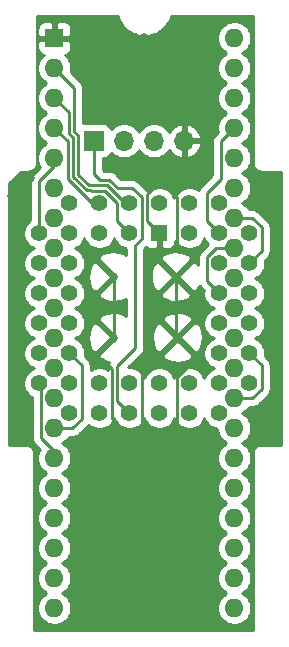
<source format=gtl>
G04 #@! TF.GenerationSoftware,KiCad,Pcbnew,(5.1.6-0)*
G04 #@! TF.CreationDate,2023-03-06T07:47:12+01:00*
G04 #@! TF.ProjectId,CIAAdapter,43494141-6461-4707-9465-722e6b696361,rev?*
G04 #@! TF.SameCoordinates,Original*
G04 #@! TF.FileFunction,Copper,L1,Top*
G04 #@! TF.FilePolarity,Positive*
%FSLAX46Y46*%
G04 Gerber Fmt 4.6, Leading zero omitted, Abs format (unit mm)*
G04 Created by KiCad (PCBNEW (5.1.6-0)) date 2023-03-06 07:47:12*
%MOMM*%
%LPD*%
G01*
G04 APERTURE LIST*
G04 #@! TA.AperFunction,ComponentPad*
%ADD10O,1.700000X1.700000*%
G04 #@! TD*
G04 #@! TA.AperFunction,ComponentPad*
%ADD11R,1.700000X1.700000*%
G04 #@! TD*
G04 #@! TA.AperFunction,ComponentPad*
%ADD12O,1.600000X1.600000*%
G04 #@! TD*
G04 #@! TA.AperFunction,ComponentPad*
%ADD13R,1.600000X1.600000*%
G04 #@! TD*
G04 #@! TA.AperFunction,ComponentPad*
%ADD14C,1.422400*%
G04 #@! TD*
G04 #@! TA.AperFunction,ComponentPad*
%ADD15R,1.422400X1.422400*%
G04 #@! TD*
G04 #@! TA.AperFunction,ViaPad*
%ADD16C,0.800000*%
G04 #@! TD*
G04 #@! TA.AperFunction,Conductor*
%ADD17C,0.250000*%
G04 #@! TD*
G04 #@! TA.AperFunction,Conductor*
%ADD18C,0.254000*%
G04 #@! TD*
G04 APERTURE END LIST*
D10*
X40640000Y-39179500D03*
X38100000Y-39179500D03*
X35560000Y-39179500D03*
D11*
X33020000Y-39179500D03*
D12*
X44894500Y-30480000D03*
X29654500Y-78740000D03*
X44894500Y-33020000D03*
X29654500Y-76200000D03*
X44894500Y-35560000D03*
X29654500Y-73660000D03*
X44894500Y-38100000D03*
X29654500Y-71120000D03*
X44894500Y-40640000D03*
X29654500Y-68580000D03*
X44894500Y-43180000D03*
X29654500Y-66040000D03*
X44894500Y-45720000D03*
X29654500Y-63500000D03*
X44894500Y-48260000D03*
X29654500Y-60960000D03*
X44894500Y-50800000D03*
X29654500Y-58420000D03*
X44894500Y-53340000D03*
X29654500Y-55880000D03*
X44894500Y-55880000D03*
X29654500Y-53340000D03*
X44894500Y-58420000D03*
X29654500Y-50800000D03*
X44894500Y-60960000D03*
X29654500Y-48260000D03*
X44894500Y-63500000D03*
X29654500Y-45720000D03*
X44894500Y-66040000D03*
X29654500Y-43180000D03*
X44894500Y-68580000D03*
X29654500Y-40640000D03*
X44894500Y-71120000D03*
X29654500Y-38100000D03*
X44894500Y-73660000D03*
X29654500Y-35560000D03*
X44894500Y-76200000D03*
X29654500Y-33020000D03*
X44894500Y-78740000D03*
D13*
X29654500Y-30480000D03*
D14*
X46164500Y-46990000D03*
X46164500Y-49530000D03*
X46164500Y-52070000D03*
X46164500Y-54610000D03*
X46164500Y-57150000D03*
X43624500Y-44450000D03*
X43624500Y-49530000D03*
X43624500Y-52070000D03*
X43624500Y-54610000D03*
X43624500Y-57150000D03*
X43624500Y-59690000D03*
X43624500Y-62230000D03*
X41084500Y-62230000D03*
X38544500Y-62230000D03*
X36004500Y-62230000D03*
X33464500Y-62230000D03*
X30924500Y-62230000D03*
X46164500Y-59690000D03*
X41084500Y-59690000D03*
X38544500Y-59690000D03*
X36004500Y-59690000D03*
X33464500Y-59690000D03*
X30924500Y-59690000D03*
X28384500Y-59690000D03*
X28384500Y-57150000D03*
X28384500Y-54610000D03*
X28384500Y-52070000D03*
X28384500Y-49530000D03*
X28384500Y-46990000D03*
X30924500Y-57150000D03*
X30924500Y-54610000D03*
X30924500Y-52070000D03*
X30924500Y-49530000D03*
X30924500Y-46990000D03*
X41084500Y-44450000D03*
X38544500Y-44450000D03*
X30924500Y-44450000D03*
X33464500Y-44450000D03*
X36004500Y-44450000D03*
X43624500Y-46990000D03*
X41084500Y-46990000D03*
X33464500Y-46990000D03*
X36004500Y-46990000D03*
D15*
X38544500Y-46990000D03*
D16*
X37274500Y-30480000D03*
X33147000Y-57658000D03*
X41656000Y-57721500D03*
X46228000Y-67373500D03*
X47307500Y-42164000D03*
X38576250Y-42576750D03*
X36068000Y-64262000D03*
X31813500Y-79883000D03*
X43180000Y-79819500D03*
X34226500Y-37274500D03*
X26416000Y-64071500D03*
X48133000Y-64198500D03*
X26035000Y-43878500D03*
X27622500Y-42291000D03*
X26860500Y-43053000D03*
D17*
X29654500Y-30480000D02*
X37274500Y-30480000D01*
X37508299Y-45953799D02*
X37508299Y-43644701D01*
X38544500Y-46990000D02*
X37508299Y-45953799D01*
X40640000Y-40513000D02*
X40640000Y-39179500D01*
X37508299Y-43644701D02*
X38576250Y-42576750D01*
X38544500Y-49276000D02*
X39941500Y-50673000D01*
X39941500Y-55689500D02*
X40068500Y-55816500D01*
X39941500Y-50673000D02*
X39941500Y-55689500D01*
X34671000Y-50673000D02*
X34671000Y-55816500D01*
X38576250Y-42576750D02*
X40640000Y-40513000D01*
X37040701Y-58844299D02*
X40068500Y-55816500D01*
X37040701Y-63289299D02*
X37040701Y-58844299D01*
X36068000Y-64262000D02*
X37040701Y-63289299D01*
X34518289Y-62712289D02*
X34518289Y-58521289D01*
X36068000Y-64262000D02*
X34518289Y-62712289D01*
X33655000Y-57658000D02*
X33147000Y-57658000D01*
X34518289Y-58521289D02*
X33655000Y-57658000D01*
X36068000Y-64262000D02*
X39243000Y-64262000D01*
X41519422Y-57721500D02*
X41656000Y-57721500D01*
X40048299Y-59192623D02*
X41519422Y-57721500D01*
X40048299Y-63456701D02*
X40048299Y-59192623D01*
X39243000Y-64262000D02*
X40048299Y-63456701D01*
X38672426Y-42576750D02*
X40005000Y-43909324D01*
X38576250Y-42576750D02*
X38672426Y-42576750D01*
X40005000Y-43909324D02*
X40005000Y-47815500D01*
X39243000Y-48577500D02*
X38544500Y-48577500D01*
X40005000Y-47815500D02*
X39243000Y-48577500D01*
X38544500Y-48577500D02*
X38544500Y-49276000D01*
X38544500Y-46990000D02*
X38544500Y-48577500D01*
X36004500Y-62230000D02*
X34968299Y-61193799D01*
X37040701Y-43952623D02*
X36268078Y-43180000D01*
X37040701Y-47487377D02*
X37040701Y-43952623D01*
X36501877Y-48026201D02*
X37040701Y-47487377D01*
X35000898Y-43180000D02*
X34291378Y-42470480D01*
X36268078Y-43180000D02*
X35000898Y-43180000D01*
X34291378Y-42470480D02*
X33516980Y-42470480D01*
X33020000Y-41973500D02*
X33020000Y-39179500D01*
X33516980Y-42470480D02*
X33020000Y-41973500D01*
X36501877Y-56686625D02*
X36501877Y-48026201D01*
X34968299Y-58220203D02*
X36501877Y-56686625D01*
X34968299Y-61193799D02*
X34968299Y-58220203D01*
X46428078Y-45720000D02*
X44894500Y-45720000D01*
X47200701Y-46492623D02*
X46428078Y-45720000D01*
X47200701Y-48493799D02*
X47200701Y-46492623D01*
X46164500Y-49530000D02*
X47200701Y-48493799D01*
X43360922Y-48260000D02*
X44894500Y-48260000D01*
X42588299Y-49032623D02*
X43360922Y-48260000D01*
X42588299Y-51033799D02*
X42588299Y-49032623D01*
X43624500Y-52070000D02*
X42588299Y-51033799D01*
X46428078Y-60960000D02*
X44894500Y-60960000D01*
X47200701Y-60187377D02*
X46428078Y-60960000D01*
X47200701Y-58186201D02*
X47200701Y-60187377D01*
X46164500Y-57150000D02*
X47200701Y-58186201D01*
X28529499Y-59834999D02*
X28384500Y-59690000D01*
X29654500Y-65468500D02*
X28529499Y-64343499D01*
X28529499Y-64343499D02*
X28529499Y-59834999D01*
X29654500Y-66040000D02*
X29654500Y-65468500D01*
X31960701Y-62727377D02*
X31188078Y-63500000D01*
X31188078Y-63500000D02*
X29654500Y-63500000D01*
X31960701Y-58186201D02*
X31960701Y-62727377D01*
X30924500Y-57150000D02*
X31960701Y-58186201D01*
X28384500Y-46990000D02*
X28384500Y-42545000D01*
X29654500Y-41275000D02*
X29654500Y-40640000D01*
X28384500Y-42545000D02*
X29654500Y-41275000D01*
X42588299Y-45953799D02*
X42588299Y-43581201D01*
X43624500Y-46990000D02*
X42588299Y-45953799D01*
X42588299Y-43581201D02*
X43751500Y-42418000D01*
X43769499Y-40685501D02*
X43769499Y-39225001D01*
X43769499Y-39225001D02*
X44894500Y-38100000D01*
X43751500Y-40703500D02*
X43769499Y-40685501D01*
X43751500Y-42418000D02*
X43751500Y-40703500D01*
X33464500Y-44450000D02*
X32829500Y-44450000D01*
X30779501Y-39225001D02*
X29654500Y-38100000D01*
X30779501Y-42400001D02*
X30779501Y-39225001D01*
X32829500Y-44450000D02*
X30779501Y-42400001D01*
X33961877Y-43413799D02*
X32786201Y-43413799D01*
X34968299Y-45953799D02*
X34968299Y-44420221D01*
X34968299Y-44420221D02*
X33961877Y-43413799D01*
X36004500Y-46990000D02*
X34968299Y-45953799D01*
X32742902Y-43370500D02*
X32386410Y-43370500D01*
X32786201Y-43413799D02*
X32742902Y-43370500D01*
X31229511Y-42213601D02*
X31229511Y-38913011D01*
X32386410Y-43370500D02*
X31229511Y-42213601D01*
X31229511Y-38913011D02*
X30861000Y-38544500D01*
X30861000Y-36766500D02*
X29654500Y-35560000D01*
X30861000Y-38544500D02*
X30861000Y-36766500D01*
X29654500Y-33020000D02*
X31311010Y-34676510D01*
X31311010Y-38358100D02*
X31679521Y-38726611D01*
X31311010Y-34676510D02*
X31311010Y-38358100D01*
X31679521Y-38726611D02*
X31679521Y-42027201D01*
X35634488Y-44450000D02*
X36004500Y-44450000D01*
X32572810Y-42920490D02*
X34104978Y-42920490D01*
X34104978Y-42920490D02*
X35634488Y-44450000D01*
X31679521Y-42027201D02*
X32572810Y-42920490D01*
D18*
G36*
X35069536Y-28814977D02*
G01*
X35093108Y-28869973D01*
X35115897Y-28925265D01*
X35120280Y-28933371D01*
X35281481Y-29226593D01*
X35315268Y-29275938D01*
X35348380Y-29325776D01*
X35354254Y-29332876D01*
X35569338Y-29589203D01*
X35612068Y-29631047D01*
X35654227Y-29673502D01*
X35661369Y-29679326D01*
X35922145Y-29888995D01*
X35972179Y-29921737D01*
X36021790Y-29955200D01*
X36029926Y-29959526D01*
X36326460Y-30114551D01*
X36381925Y-30136960D01*
X36437071Y-30160142D01*
X36445893Y-30162805D01*
X36766891Y-30257279D01*
X36825659Y-30268489D01*
X36884246Y-30280516D01*
X36893417Y-30281415D01*
X37226651Y-30311742D01*
X37286468Y-30311324D01*
X37346286Y-30311742D01*
X37355457Y-30310843D01*
X37688236Y-30275867D01*
X37746871Y-30263831D01*
X37805595Y-30252629D01*
X37814411Y-30249967D01*
X37814415Y-30249966D01*
X37814418Y-30249965D01*
X38134064Y-30151017D01*
X38189207Y-30127837D01*
X38244670Y-30105429D01*
X38252806Y-30101103D01*
X38547147Y-29941953D01*
X38596721Y-29908515D01*
X38646795Y-29875748D01*
X38653936Y-29869923D01*
X38911759Y-29656634D01*
X38953899Y-29614198D01*
X38996649Y-29572335D01*
X39002522Y-29565234D01*
X39214006Y-29305929D01*
X39247076Y-29256154D01*
X39280906Y-29206748D01*
X39285288Y-29198641D01*
X39442379Y-28903197D01*
X39465176Y-28847887D01*
X39488740Y-28792910D01*
X39491465Y-28784107D01*
X39539503Y-28625000D01*
X46432000Y-28625000D01*
X46432001Y-41050843D01*
X46428686Y-41084500D01*
X46441912Y-41218783D01*
X46481081Y-41347906D01*
X46544688Y-41466907D01*
X46630289Y-41571211D01*
X46734593Y-41656812D01*
X46853594Y-41720419D01*
X46982717Y-41759588D01*
X47083353Y-41769500D01*
X47117000Y-41772814D01*
X47150647Y-41769500D01*
X48845000Y-41769500D01*
X48845001Y-64910500D01*
X47150647Y-64910500D01*
X47117000Y-64907186D01*
X47083353Y-64910500D01*
X46982717Y-64920412D01*
X46853594Y-64959581D01*
X46734593Y-65023188D01*
X46630289Y-65108789D01*
X46544688Y-65213093D01*
X46481081Y-65332094D01*
X46441912Y-65461217D01*
X46428686Y-65595500D01*
X46432000Y-65629146D01*
X46432001Y-80595000D01*
X27926500Y-80595000D01*
X27926500Y-65629146D01*
X27929814Y-65595500D01*
X27916588Y-65461217D01*
X27877419Y-65332094D01*
X27813812Y-65213093D01*
X27728211Y-65108789D01*
X27623907Y-65023188D01*
X27504906Y-64959581D01*
X27375783Y-64920412D01*
X27275147Y-64910500D01*
X27241500Y-64907186D01*
X27207853Y-64910500D01*
X25831000Y-64910500D01*
X25831000Y-46857411D01*
X27038300Y-46857411D01*
X27038300Y-47122589D01*
X27090033Y-47382672D01*
X27191513Y-47627665D01*
X27338838Y-47848153D01*
X27526347Y-48035662D01*
X27746835Y-48182987D01*
X27932760Y-48260000D01*
X27746835Y-48337013D01*
X27526347Y-48484338D01*
X27338838Y-48671847D01*
X27191513Y-48892335D01*
X27090033Y-49137328D01*
X27038300Y-49397411D01*
X27038300Y-49662589D01*
X27090033Y-49922672D01*
X27191513Y-50167665D01*
X27338838Y-50388153D01*
X27526347Y-50575662D01*
X27746835Y-50722987D01*
X27932760Y-50800000D01*
X27746835Y-50877013D01*
X27526347Y-51024338D01*
X27338838Y-51211847D01*
X27191513Y-51432335D01*
X27090033Y-51677328D01*
X27038300Y-51937411D01*
X27038300Y-52202589D01*
X27090033Y-52462672D01*
X27191513Y-52707665D01*
X27338838Y-52928153D01*
X27526347Y-53115662D01*
X27746835Y-53262987D01*
X27932760Y-53340000D01*
X27746835Y-53417013D01*
X27526347Y-53564338D01*
X27338838Y-53751847D01*
X27191513Y-53972335D01*
X27090033Y-54217328D01*
X27038300Y-54477411D01*
X27038300Y-54742589D01*
X27090033Y-55002672D01*
X27191513Y-55247665D01*
X27338838Y-55468153D01*
X27526347Y-55655662D01*
X27746835Y-55802987D01*
X27932760Y-55880000D01*
X27746835Y-55957013D01*
X27526347Y-56104338D01*
X27338838Y-56291847D01*
X27191513Y-56512335D01*
X27090033Y-56757328D01*
X27038300Y-57017411D01*
X27038300Y-57282589D01*
X27090033Y-57542672D01*
X27191513Y-57787665D01*
X27338838Y-58008153D01*
X27526347Y-58195662D01*
X27746835Y-58342987D01*
X27932760Y-58420000D01*
X27746835Y-58497013D01*
X27526347Y-58644338D01*
X27338838Y-58831847D01*
X27191513Y-59052335D01*
X27090033Y-59297328D01*
X27038300Y-59557411D01*
X27038300Y-59822589D01*
X27090033Y-60082672D01*
X27191513Y-60327665D01*
X27338838Y-60548153D01*
X27526347Y-60735662D01*
X27746835Y-60882987D01*
X27769500Y-60892375D01*
X27769499Y-64306176D01*
X27765823Y-64343499D01*
X27769499Y-64380821D01*
X27769499Y-64380831D01*
X27780496Y-64492484D01*
X27814627Y-64605000D01*
X27823953Y-64635745D01*
X27894525Y-64767775D01*
X27934370Y-64816325D01*
X27989498Y-64883500D01*
X28018501Y-64907303D01*
X28418329Y-65307130D01*
X28382820Y-65360273D01*
X28274647Y-65621426D01*
X28219500Y-65898665D01*
X28219500Y-66181335D01*
X28274647Y-66458574D01*
X28382820Y-66719727D01*
X28539863Y-66954759D01*
X28739741Y-67154637D01*
X28972259Y-67310000D01*
X28739741Y-67465363D01*
X28539863Y-67665241D01*
X28382820Y-67900273D01*
X28274647Y-68161426D01*
X28219500Y-68438665D01*
X28219500Y-68721335D01*
X28274647Y-68998574D01*
X28382820Y-69259727D01*
X28539863Y-69494759D01*
X28739741Y-69694637D01*
X28972259Y-69850000D01*
X28739741Y-70005363D01*
X28539863Y-70205241D01*
X28382820Y-70440273D01*
X28274647Y-70701426D01*
X28219500Y-70978665D01*
X28219500Y-71261335D01*
X28274647Y-71538574D01*
X28382820Y-71799727D01*
X28539863Y-72034759D01*
X28739741Y-72234637D01*
X28972259Y-72390000D01*
X28739741Y-72545363D01*
X28539863Y-72745241D01*
X28382820Y-72980273D01*
X28274647Y-73241426D01*
X28219500Y-73518665D01*
X28219500Y-73801335D01*
X28274647Y-74078574D01*
X28382820Y-74339727D01*
X28539863Y-74574759D01*
X28739741Y-74774637D01*
X28972259Y-74930000D01*
X28739741Y-75085363D01*
X28539863Y-75285241D01*
X28382820Y-75520273D01*
X28274647Y-75781426D01*
X28219500Y-76058665D01*
X28219500Y-76341335D01*
X28274647Y-76618574D01*
X28382820Y-76879727D01*
X28539863Y-77114759D01*
X28739741Y-77314637D01*
X28972259Y-77470000D01*
X28739741Y-77625363D01*
X28539863Y-77825241D01*
X28382820Y-78060273D01*
X28274647Y-78321426D01*
X28219500Y-78598665D01*
X28219500Y-78881335D01*
X28274647Y-79158574D01*
X28382820Y-79419727D01*
X28539863Y-79654759D01*
X28739741Y-79854637D01*
X28974773Y-80011680D01*
X29235926Y-80119853D01*
X29513165Y-80175000D01*
X29795835Y-80175000D01*
X30073074Y-80119853D01*
X30334227Y-80011680D01*
X30569259Y-79854637D01*
X30769137Y-79654759D01*
X30926180Y-79419727D01*
X31034353Y-79158574D01*
X31089500Y-78881335D01*
X31089500Y-78598665D01*
X31034353Y-78321426D01*
X30926180Y-78060273D01*
X30769137Y-77825241D01*
X30569259Y-77625363D01*
X30336741Y-77470000D01*
X30569259Y-77314637D01*
X30769137Y-77114759D01*
X30926180Y-76879727D01*
X31034353Y-76618574D01*
X31089500Y-76341335D01*
X31089500Y-76058665D01*
X31034353Y-75781426D01*
X30926180Y-75520273D01*
X30769137Y-75285241D01*
X30569259Y-75085363D01*
X30336741Y-74930000D01*
X30569259Y-74774637D01*
X30769137Y-74574759D01*
X30926180Y-74339727D01*
X31034353Y-74078574D01*
X31089500Y-73801335D01*
X31089500Y-73518665D01*
X31034353Y-73241426D01*
X30926180Y-72980273D01*
X30769137Y-72745241D01*
X30569259Y-72545363D01*
X30336741Y-72390000D01*
X30569259Y-72234637D01*
X30769137Y-72034759D01*
X30926180Y-71799727D01*
X31034353Y-71538574D01*
X31089500Y-71261335D01*
X31089500Y-70978665D01*
X31034353Y-70701426D01*
X30926180Y-70440273D01*
X30769137Y-70205241D01*
X30569259Y-70005363D01*
X30336741Y-69850000D01*
X30569259Y-69694637D01*
X30769137Y-69494759D01*
X30926180Y-69259727D01*
X31034353Y-68998574D01*
X31089500Y-68721335D01*
X31089500Y-68438665D01*
X31034353Y-68161426D01*
X30926180Y-67900273D01*
X30769137Y-67665241D01*
X30569259Y-67465363D01*
X30336741Y-67310000D01*
X30569259Y-67154637D01*
X30769137Y-66954759D01*
X30926180Y-66719727D01*
X31034353Y-66458574D01*
X31089500Y-66181335D01*
X31089500Y-65898665D01*
X31034353Y-65621426D01*
X30926180Y-65360273D01*
X30769137Y-65125241D01*
X30569259Y-64925363D01*
X30336741Y-64770000D01*
X30569259Y-64614637D01*
X30769137Y-64414759D01*
X30872543Y-64260000D01*
X31150756Y-64260000D01*
X31188078Y-64263676D01*
X31225400Y-64260000D01*
X31225411Y-64260000D01*
X31337064Y-64249003D01*
X31480325Y-64205546D01*
X31612354Y-64134974D01*
X31728079Y-64040001D01*
X31751881Y-64010998D01*
X32471703Y-63291176D01*
X32500702Y-63267378D01*
X32544588Y-63213903D01*
X32606347Y-63275662D01*
X32826835Y-63422987D01*
X33071828Y-63524467D01*
X33331911Y-63576200D01*
X33597089Y-63576200D01*
X33857172Y-63524467D01*
X34102165Y-63422987D01*
X34322653Y-63275662D01*
X34510162Y-63088153D01*
X34657487Y-62867665D01*
X34734500Y-62681740D01*
X34811513Y-62867665D01*
X34958838Y-63088153D01*
X35146347Y-63275662D01*
X35366835Y-63422987D01*
X35611828Y-63524467D01*
X35871911Y-63576200D01*
X36137089Y-63576200D01*
X36397172Y-63524467D01*
X36642165Y-63422987D01*
X36862653Y-63275662D01*
X37050162Y-63088153D01*
X37197487Y-62867665D01*
X37274500Y-62681740D01*
X37351513Y-62867665D01*
X37498838Y-63088153D01*
X37686347Y-63275662D01*
X37906835Y-63422987D01*
X38151828Y-63524467D01*
X38411911Y-63576200D01*
X38677089Y-63576200D01*
X38937172Y-63524467D01*
X39182165Y-63422987D01*
X39402653Y-63275662D01*
X39590162Y-63088153D01*
X39737487Y-62867665D01*
X39814500Y-62681740D01*
X39891513Y-62867665D01*
X40038838Y-63088153D01*
X40226347Y-63275662D01*
X40446835Y-63422987D01*
X40691828Y-63524467D01*
X40951911Y-63576200D01*
X41217089Y-63576200D01*
X41477172Y-63524467D01*
X41722165Y-63422987D01*
X41942653Y-63275662D01*
X42130162Y-63088153D01*
X42277487Y-62867665D01*
X42354500Y-62681740D01*
X42431513Y-62867665D01*
X42578838Y-63088153D01*
X42766347Y-63275662D01*
X42986835Y-63422987D01*
X43231828Y-63524467D01*
X43459500Y-63569753D01*
X43459500Y-63641335D01*
X43514647Y-63918574D01*
X43622820Y-64179727D01*
X43779863Y-64414759D01*
X43979741Y-64614637D01*
X44212259Y-64770000D01*
X43979741Y-64925363D01*
X43779863Y-65125241D01*
X43622820Y-65360273D01*
X43514647Y-65621426D01*
X43459500Y-65898665D01*
X43459500Y-66181335D01*
X43514647Y-66458574D01*
X43622820Y-66719727D01*
X43779863Y-66954759D01*
X43979741Y-67154637D01*
X44212259Y-67310000D01*
X43979741Y-67465363D01*
X43779863Y-67665241D01*
X43622820Y-67900273D01*
X43514647Y-68161426D01*
X43459500Y-68438665D01*
X43459500Y-68721335D01*
X43514647Y-68998574D01*
X43622820Y-69259727D01*
X43779863Y-69494759D01*
X43979741Y-69694637D01*
X44212259Y-69850000D01*
X43979741Y-70005363D01*
X43779863Y-70205241D01*
X43622820Y-70440273D01*
X43514647Y-70701426D01*
X43459500Y-70978665D01*
X43459500Y-71261335D01*
X43514647Y-71538574D01*
X43622820Y-71799727D01*
X43779863Y-72034759D01*
X43979741Y-72234637D01*
X44212259Y-72390000D01*
X43979741Y-72545363D01*
X43779863Y-72745241D01*
X43622820Y-72980273D01*
X43514647Y-73241426D01*
X43459500Y-73518665D01*
X43459500Y-73801335D01*
X43514647Y-74078574D01*
X43622820Y-74339727D01*
X43779863Y-74574759D01*
X43979741Y-74774637D01*
X44212259Y-74930000D01*
X43979741Y-75085363D01*
X43779863Y-75285241D01*
X43622820Y-75520273D01*
X43514647Y-75781426D01*
X43459500Y-76058665D01*
X43459500Y-76341335D01*
X43514647Y-76618574D01*
X43622820Y-76879727D01*
X43779863Y-77114759D01*
X43979741Y-77314637D01*
X44212259Y-77470000D01*
X43979741Y-77625363D01*
X43779863Y-77825241D01*
X43622820Y-78060273D01*
X43514647Y-78321426D01*
X43459500Y-78598665D01*
X43459500Y-78881335D01*
X43514647Y-79158574D01*
X43622820Y-79419727D01*
X43779863Y-79654759D01*
X43979741Y-79854637D01*
X44214773Y-80011680D01*
X44475926Y-80119853D01*
X44753165Y-80175000D01*
X45035835Y-80175000D01*
X45313074Y-80119853D01*
X45574227Y-80011680D01*
X45809259Y-79854637D01*
X46009137Y-79654759D01*
X46166180Y-79419727D01*
X46274353Y-79158574D01*
X46329500Y-78881335D01*
X46329500Y-78598665D01*
X46274353Y-78321426D01*
X46166180Y-78060273D01*
X46009137Y-77825241D01*
X45809259Y-77625363D01*
X45576741Y-77470000D01*
X45809259Y-77314637D01*
X46009137Y-77114759D01*
X46166180Y-76879727D01*
X46274353Y-76618574D01*
X46329500Y-76341335D01*
X46329500Y-76058665D01*
X46274353Y-75781426D01*
X46166180Y-75520273D01*
X46009137Y-75285241D01*
X45809259Y-75085363D01*
X45576741Y-74930000D01*
X45809259Y-74774637D01*
X46009137Y-74574759D01*
X46166180Y-74339727D01*
X46274353Y-74078574D01*
X46329500Y-73801335D01*
X46329500Y-73518665D01*
X46274353Y-73241426D01*
X46166180Y-72980273D01*
X46009137Y-72745241D01*
X45809259Y-72545363D01*
X45576741Y-72390000D01*
X45809259Y-72234637D01*
X46009137Y-72034759D01*
X46166180Y-71799727D01*
X46274353Y-71538574D01*
X46329500Y-71261335D01*
X46329500Y-70978665D01*
X46274353Y-70701426D01*
X46166180Y-70440273D01*
X46009137Y-70205241D01*
X45809259Y-70005363D01*
X45576741Y-69850000D01*
X45809259Y-69694637D01*
X46009137Y-69494759D01*
X46166180Y-69259727D01*
X46274353Y-68998574D01*
X46329500Y-68721335D01*
X46329500Y-68438665D01*
X46274353Y-68161426D01*
X46166180Y-67900273D01*
X46009137Y-67665241D01*
X45809259Y-67465363D01*
X45576741Y-67310000D01*
X45809259Y-67154637D01*
X46009137Y-66954759D01*
X46166180Y-66719727D01*
X46274353Y-66458574D01*
X46329500Y-66181335D01*
X46329500Y-65898665D01*
X46274353Y-65621426D01*
X46166180Y-65360273D01*
X46009137Y-65125241D01*
X45809259Y-64925363D01*
X45576741Y-64770000D01*
X45809259Y-64614637D01*
X46009137Y-64414759D01*
X46166180Y-64179727D01*
X46274353Y-63918574D01*
X46329500Y-63641335D01*
X46329500Y-63358665D01*
X46274353Y-63081426D01*
X46166180Y-62820273D01*
X46009137Y-62585241D01*
X45809259Y-62385363D01*
X45576741Y-62230000D01*
X45809259Y-62074637D01*
X46009137Y-61874759D01*
X46112543Y-61720000D01*
X46390756Y-61720000D01*
X46428078Y-61723676D01*
X46465400Y-61720000D01*
X46465411Y-61720000D01*
X46577064Y-61709003D01*
X46720325Y-61665546D01*
X46852354Y-61594974D01*
X46968079Y-61500001D01*
X46991881Y-61470998D01*
X47711703Y-60751176D01*
X47740702Y-60727378D01*
X47801088Y-60653798D01*
X47835675Y-60611654D01*
X47906247Y-60479624D01*
X47949704Y-60336363D01*
X47960701Y-60224710D01*
X47960701Y-60224700D01*
X47964377Y-60187377D01*
X47960701Y-60150054D01*
X47960701Y-58223534D01*
X47964378Y-58186201D01*
X47949704Y-58037215D01*
X47906247Y-57893954D01*
X47835675Y-57761925D01*
X47764500Y-57675198D01*
X47740702Y-57646200D01*
X47711705Y-57622403D01*
X47487670Y-57398369D01*
X47510700Y-57282589D01*
X47510700Y-57017411D01*
X47458967Y-56757328D01*
X47357487Y-56512335D01*
X47210162Y-56291847D01*
X47022653Y-56104338D01*
X46802165Y-55957013D01*
X46616240Y-55880000D01*
X46802165Y-55802987D01*
X47022653Y-55655662D01*
X47210162Y-55468153D01*
X47357487Y-55247665D01*
X47458967Y-55002672D01*
X47510700Y-54742589D01*
X47510700Y-54477411D01*
X47458967Y-54217328D01*
X47357487Y-53972335D01*
X47210162Y-53751847D01*
X47022653Y-53564338D01*
X46802165Y-53417013D01*
X46616240Y-53340000D01*
X46802165Y-53262987D01*
X47022653Y-53115662D01*
X47210162Y-52928153D01*
X47357487Y-52707665D01*
X47458967Y-52462672D01*
X47510700Y-52202589D01*
X47510700Y-51937411D01*
X47458967Y-51677328D01*
X47357487Y-51432335D01*
X47210162Y-51211847D01*
X47022653Y-51024338D01*
X46802165Y-50877013D01*
X46616240Y-50800000D01*
X46802165Y-50722987D01*
X47022653Y-50575662D01*
X47210162Y-50388153D01*
X47357487Y-50167665D01*
X47458967Y-49922672D01*
X47510700Y-49662589D01*
X47510700Y-49397411D01*
X47487670Y-49281631D01*
X47711705Y-49057597D01*
X47740702Y-49033800D01*
X47835675Y-48918075D01*
X47906247Y-48786046D01*
X47949704Y-48642785D01*
X47960701Y-48531132D01*
X47960701Y-48531131D01*
X47964378Y-48493799D01*
X47960701Y-48456466D01*
X47960701Y-46529946D01*
X47964377Y-46492623D01*
X47960701Y-46455300D01*
X47960701Y-46455290D01*
X47949704Y-46343637D01*
X47906247Y-46200376D01*
X47881628Y-46154318D01*
X47835675Y-46068346D01*
X47764500Y-45981620D01*
X47740702Y-45952622D01*
X47711703Y-45928824D01*
X46991881Y-45209002D01*
X46968079Y-45179999D01*
X46852354Y-45085026D01*
X46720325Y-45014454D01*
X46577064Y-44970997D01*
X46465411Y-44960000D01*
X46465400Y-44960000D01*
X46428078Y-44956324D01*
X46390756Y-44960000D01*
X46112543Y-44960000D01*
X46009137Y-44805241D01*
X45809259Y-44605363D01*
X45576741Y-44450000D01*
X45809259Y-44294637D01*
X46009137Y-44094759D01*
X46166180Y-43859727D01*
X46274353Y-43598574D01*
X46329500Y-43321335D01*
X46329500Y-43038665D01*
X46274353Y-42761426D01*
X46166180Y-42500273D01*
X46009137Y-42265241D01*
X45809259Y-42065363D01*
X45576741Y-41910000D01*
X45809259Y-41754637D01*
X46009137Y-41554759D01*
X46166180Y-41319727D01*
X46274353Y-41058574D01*
X46329500Y-40781335D01*
X46329500Y-40498665D01*
X46274353Y-40221426D01*
X46166180Y-39960273D01*
X46009137Y-39725241D01*
X45809259Y-39525363D01*
X45576741Y-39370000D01*
X45809259Y-39214637D01*
X46009137Y-39014759D01*
X46166180Y-38779727D01*
X46274353Y-38518574D01*
X46329500Y-38241335D01*
X46329500Y-37958665D01*
X46274353Y-37681426D01*
X46166180Y-37420273D01*
X46009137Y-37185241D01*
X45809259Y-36985363D01*
X45576741Y-36830000D01*
X45809259Y-36674637D01*
X46009137Y-36474759D01*
X46166180Y-36239727D01*
X46274353Y-35978574D01*
X46329500Y-35701335D01*
X46329500Y-35418665D01*
X46274353Y-35141426D01*
X46166180Y-34880273D01*
X46009137Y-34645241D01*
X45809259Y-34445363D01*
X45576741Y-34290000D01*
X45809259Y-34134637D01*
X46009137Y-33934759D01*
X46166180Y-33699727D01*
X46274353Y-33438574D01*
X46329500Y-33161335D01*
X46329500Y-32878665D01*
X46274353Y-32601426D01*
X46166180Y-32340273D01*
X46009137Y-32105241D01*
X45809259Y-31905363D01*
X45576741Y-31750000D01*
X45809259Y-31594637D01*
X46009137Y-31394759D01*
X46166180Y-31159727D01*
X46274353Y-30898574D01*
X46329500Y-30621335D01*
X46329500Y-30338665D01*
X46274353Y-30061426D01*
X46166180Y-29800273D01*
X46009137Y-29565241D01*
X45809259Y-29365363D01*
X45574227Y-29208320D01*
X45313074Y-29100147D01*
X45035835Y-29045000D01*
X44753165Y-29045000D01*
X44475926Y-29100147D01*
X44214773Y-29208320D01*
X43979741Y-29365363D01*
X43779863Y-29565241D01*
X43622820Y-29800273D01*
X43514647Y-30061426D01*
X43459500Y-30338665D01*
X43459500Y-30621335D01*
X43514647Y-30898574D01*
X43622820Y-31159727D01*
X43779863Y-31394759D01*
X43979741Y-31594637D01*
X44212259Y-31750000D01*
X43979741Y-31905363D01*
X43779863Y-32105241D01*
X43622820Y-32340273D01*
X43514647Y-32601426D01*
X43459500Y-32878665D01*
X43459500Y-33161335D01*
X43514647Y-33438574D01*
X43622820Y-33699727D01*
X43779863Y-33934759D01*
X43979741Y-34134637D01*
X44212259Y-34290000D01*
X43979741Y-34445363D01*
X43779863Y-34645241D01*
X43622820Y-34880273D01*
X43514647Y-35141426D01*
X43459500Y-35418665D01*
X43459500Y-35701335D01*
X43514647Y-35978574D01*
X43622820Y-36239727D01*
X43779863Y-36474759D01*
X43979741Y-36674637D01*
X44212259Y-36830000D01*
X43979741Y-36985363D01*
X43779863Y-37185241D01*
X43622820Y-37420273D01*
X43514647Y-37681426D01*
X43459500Y-37958665D01*
X43459500Y-38241335D01*
X43495812Y-38423887D01*
X43258497Y-38661202D01*
X43229499Y-38685000D01*
X43205701Y-38713998D01*
X43205700Y-38713999D01*
X43134525Y-38800725D01*
X43063953Y-38932755D01*
X43053027Y-38968775D01*
X43026720Y-39055502D01*
X43020497Y-39076016D01*
X43005823Y-39225001D01*
X43009500Y-39262333D01*
X43009499Y-40531434D01*
X43002498Y-40554515D01*
X42987824Y-40703500D01*
X42991501Y-40740832D01*
X42991500Y-42103198D01*
X42077297Y-43017402D01*
X42048299Y-43041200D01*
X42024501Y-43070198D01*
X42024500Y-43070199D01*
X41953325Y-43156925D01*
X41882753Y-43288955D01*
X41865824Y-43344765D01*
X41863746Y-43351614D01*
X41722165Y-43257013D01*
X41477172Y-43155533D01*
X41217089Y-43103800D01*
X40951911Y-43103800D01*
X40691828Y-43155533D01*
X40446835Y-43257013D01*
X40226347Y-43404338D01*
X40038838Y-43591847D01*
X39891513Y-43812335D01*
X39814500Y-43998260D01*
X39737487Y-43812335D01*
X39590162Y-43591847D01*
X39402653Y-43404338D01*
X39182165Y-43257013D01*
X38937172Y-43155533D01*
X38677089Y-43103800D01*
X38411911Y-43103800D01*
X38151828Y-43155533D01*
X37906835Y-43257013D01*
X37686347Y-43404338D01*
X37624588Y-43466097D01*
X37604500Y-43441620D01*
X37580702Y-43412622D01*
X37551703Y-43388824D01*
X36831881Y-42669002D01*
X36808079Y-42639999D01*
X36692354Y-42545026D01*
X36560325Y-42474454D01*
X36417064Y-42430997D01*
X36305411Y-42420000D01*
X36305400Y-42420000D01*
X36268078Y-42416324D01*
X36230756Y-42420000D01*
X35315700Y-42420000D01*
X34855181Y-41959482D01*
X34831379Y-41930479D01*
X34715654Y-41835506D01*
X34583625Y-41764934D01*
X34440364Y-41721477D01*
X34328711Y-41710480D01*
X34328700Y-41710480D01*
X34291378Y-41706804D01*
X34254056Y-41710480D01*
X33831781Y-41710480D01*
X33780000Y-41658699D01*
X33780000Y-40667572D01*
X33870000Y-40667572D01*
X33994482Y-40655312D01*
X34114180Y-40619002D01*
X34224494Y-40560037D01*
X34321185Y-40480685D01*
X34400537Y-40383994D01*
X34459502Y-40273680D01*
X34481513Y-40201120D01*
X34613368Y-40332975D01*
X34856589Y-40495490D01*
X35126842Y-40607432D01*
X35413740Y-40664500D01*
X35706260Y-40664500D01*
X35993158Y-40607432D01*
X36263411Y-40495490D01*
X36506632Y-40332975D01*
X36713475Y-40126132D01*
X36830000Y-39951740D01*
X36946525Y-40126132D01*
X37153368Y-40332975D01*
X37396589Y-40495490D01*
X37666842Y-40607432D01*
X37953740Y-40664500D01*
X38246260Y-40664500D01*
X38533158Y-40607432D01*
X38803411Y-40495490D01*
X39046632Y-40332975D01*
X39253475Y-40126132D01*
X39375195Y-39943966D01*
X39444822Y-40060855D01*
X39639731Y-40277088D01*
X39873080Y-40451141D01*
X40135901Y-40576325D01*
X40283110Y-40620976D01*
X40513000Y-40499655D01*
X40513000Y-39306500D01*
X40767000Y-39306500D01*
X40767000Y-40499655D01*
X40996890Y-40620976D01*
X41144099Y-40576325D01*
X41406920Y-40451141D01*
X41640269Y-40277088D01*
X41835178Y-40060855D01*
X41984157Y-39810752D01*
X42081481Y-39536391D01*
X41960814Y-39306500D01*
X40767000Y-39306500D01*
X40513000Y-39306500D01*
X40493000Y-39306500D01*
X40493000Y-39052500D01*
X40513000Y-39052500D01*
X40513000Y-37859345D01*
X40767000Y-37859345D01*
X40767000Y-39052500D01*
X41960814Y-39052500D01*
X42081481Y-38822609D01*
X41984157Y-38548248D01*
X41835178Y-38298145D01*
X41640269Y-38081912D01*
X41406920Y-37907859D01*
X41144099Y-37782675D01*
X40996890Y-37738024D01*
X40767000Y-37859345D01*
X40513000Y-37859345D01*
X40283110Y-37738024D01*
X40135901Y-37782675D01*
X39873080Y-37907859D01*
X39639731Y-38081912D01*
X39444822Y-38298145D01*
X39375195Y-38415034D01*
X39253475Y-38232868D01*
X39046632Y-38026025D01*
X38803411Y-37863510D01*
X38533158Y-37751568D01*
X38246260Y-37694500D01*
X37953740Y-37694500D01*
X37666842Y-37751568D01*
X37396589Y-37863510D01*
X37153368Y-38026025D01*
X36946525Y-38232868D01*
X36830000Y-38407260D01*
X36713475Y-38232868D01*
X36506632Y-38026025D01*
X36263411Y-37863510D01*
X35993158Y-37751568D01*
X35706260Y-37694500D01*
X35413740Y-37694500D01*
X35126842Y-37751568D01*
X34856589Y-37863510D01*
X34613368Y-38026025D01*
X34481513Y-38157880D01*
X34459502Y-38085320D01*
X34400537Y-37975006D01*
X34321185Y-37878315D01*
X34224494Y-37798963D01*
X34114180Y-37739998D01*
X33994482Y-37703688D01*
X33870000Y-37691428D01*
X32170000Y-37691428D01*
X32071010Y-37701177D01*
X32071010Y-34713833D01*
X32074686Y-34676510D01*
X32071010Y-34639187D01*
X32071010Y-34639177D01*
X32060013Y-34527524D01*
X32016556Y-34384263D01*
X31945985Y-34252235D01*
X31945984Y-34252233D01*
X31874809Y-34165507D01*
X31851011Y-34136509D01*
X31822014Y-34112712D01*
X31053188Y-33343886D01*
X31089500Y-33161335D01*
X31089500Y-32878665D01*
X31034353Y-32601426D01*
X30926180Y-32340273D01*
X30769137Y-32105241D01*
X30570539Y-31906643D01*
X30578982Y-31905812D01*
X30698680Y-31869502D01*
X30808994Y-31810537D01*
X30905685Y-31731185D01*
X30985037Y-31634494D01*
X31044002Y-31524180D01*
X31080312Y-31404482D01*
X31092572Y-31280000D01*
X31089500Y-30765750D01*
X30930750Y-30607000D01*
X29781500Y-30607000D01*
X29781500Y-30627000D01*
X29527500Y-30627000D01*
X29527500Y-30607000D01*
X28378250Y-30607000D01*
X28219500Y-30765750D01*
X28216428Y-31280000D01*
X28228688Y-31404482D01*
X28264998Y-31524180D01*
X28323963Y-31634494D01*
X28403315Y-31731185D01*
X28500006Y-31810537D01*
X28610320Y-31869502D01*
X28730018Y-31905812D01*
X28738461Y-31906643D01*
X28539863Y-32105241D01*
X28382820Y-32340273D01*
X28274647Y-32601426D01*
X28219500Y-32878665D01*
X28219500Y-33161335D01*
X28274647Y-33438574D01*
X28382820Y-33699727D01*
X28539863Y-33934759D01*
X28739741Y-34134637D01*
X28972259Y-34290000D01*
X28739741Y-34445363D01*
X28539863Y-34645241D01*
X28382820Y-34880273D01*
X28274647Y-35141426D01*
X28219500Y-35418665D01*
X28219500Y-35701335D01*
X28274647Y-35978574D01*
X28382820Y-36239727D01*
X28539863Y-36474759D01*
X28739741Y-36674637D01*
X28972259Y-36830000D01*
X28739741Y-36985363D01*
X28539863Y-37185241D01*
X28382820Y-37420273D01*
X28274647Y-37681426D01*
X28219500Y-37958665D01*
X28219500Y-38241335D01*
X28274647Y-38518574D01*
X28382820Y-38779727D01*
X28539863Y-39014759D01*
X28739741Y-39214637D01*
X28972259Y-39370000D01*
X28739741Y-39525363D01*
X28539863Y-39725241D01*
X28382820Y-39960273D01*
X28274647Y-40221426D01*
X28219500Y-40498665D01*
X28219500Y-40781335D01*
X28274647Y-41058574D01*
X28382820Y-41319727D01*
X28443763Y-41410935D01*
X27873498Y-41981201D01*
X27844500Y-42004999D01*
X27820702Y-42033997D01*
X27820701Y-42033998D01*
X27749526Y-42120724D01*
X27678954Y-42252754D01*
X27648680Y-42352558D01*
X27635498Y-42396014D01*
X27632052Y-42430998D01*
X27620824Y-42545000D01*
X27624501Y-42582332D01*
X27624500Y-45878754D01*
X27526347Y-45944338D01*
X27338838Y-46131847D01*
X27191513Y-46352335D01*
X27090033Y-46597328D01*
X27038300Y-46857411D01*
X25831000Y-46857411D01*
X25831000Y-42711111D01*
X26817451Y-41769500D01*
X27461853Y-41769500D01*
X27495500Y-41772814D01*
X27529147Y-41769500D01*
X27629783Y-41759588D01*
X27758906Y-41720419D01*
X27877907Y-41656812D01*
X27982211Y-41571211D01*
X28067812Y-41466907D01*
X28131419Y-41347906D01*
X28170588Y-41218783D01*
X28183814Y-41084500D01*
X28180500Y-41050853D01*
X28180500Y-29680000D01*
X28216428Y-29680000D01*
X28219500Y-30194250D01*
X28378250Y-30353000D01*
X29527500Y-30353000D01*
X29527500Y-29203750D01*
X29781500Y-29203750D01*
X29781500Y-30353000D01*
X30930750Y-30353000D01*
X31089500Y-30194250D01*
X31092572Y-29680000D01*
X31080312Y-29555518D01*
X31044002Y-29435820D01*
X30985037Y-29325506D01*
X30905685Y-29228815D01*
X30808994Y-29149463D01*
X30698680Y-29090498D01*
X30578982Y-29054188D01*
X30454500Y-29041928D01*
X29940250Y-29045000D01*
X29781500Y-29203750D01*
X29527500Y-29203750D01*
X29368750Y-29045000D01*
X28854500Y-29041928D01*
X28730018Y-29054188D01*
X28610320Y-29090498D01*
X28500006Y-29149463D01*
X28403315Y-29228815D01*
X28323963Y-29325506D01*
X28264998Y-29435820D01*
X28228688Y-29555518D01*
X28216428Y-29680000D01*
X28180500Y-29680000D01*
X28180500Y-28625000D01*
X35009272Y-28625000D01*
X35069536Y-28814977D01*
G37*
X35069536Y-28814977D02*
X35093108Y-28869973D01*
X35115897Y-28925265D01*
X35120280Y-28933371D01*
X35281481Y-29226593D01*
X35315268Y-29275938D01*
X35348380Y-29325776D01*
X35354254Y-29332876D01*
X35569338Y-29589203D01*
X35612068Y-29631047D01*
X35654227Y-29673502D01*
X35661369Y-29679326D01*
X35922145Y-29888995D01*
X35972179Y-29921737D01*
X36021790Y-29955200D01*
X36029926Y-29959526D01*
X36326460Y-30114551D01*
X36381925Y-30136960D01*
X36437071Y-30160142D01*
X36445893Y-30162805D01*
X36766891Y-30257279D01*
X36825659Y-30268489D01*
X36884246Y-30280516D01*
X36893417Y-30281415D01*
X37226651Y-30311742D01*
X37286468Y-30311324D01*
X37346286Y-30311742D01*
X37355457Y-30310843D01*
X37688236Y-30275867D01*
X37746871Y-30263831D01*
X37805595Y-30252629D01*
X37814411Y-30249967D01*
X37814415Y-30249966D01*
X37814418Y-30249965D01*
X38134064Y-30151017D01*
X38189207Y-30127837D01*
X38244670Y-30105429D01*
X38252806Y-30101103D01*
X38547147Y-29941953D01*
X38596721Y-29908515D01*
X38646795Y-29875748D01*
X38653936Y-29869923D01*
X38911759Y-29656634D01*
X38953899Y-29614198D01*
X38996649Y-29572335D01*
X39002522Y-29565234D01*
X39214006Y-29305929D01*
X39247076Y-29256154D01*
X39280906Y-29206748D01*
X39285288Y-29198641D01*
X39442379Y-28903197D01*
X39465176Y-28847887D01*
X39488740Y-28792910D01*
X39491465Y-28784107D01*
X39539503Y-28625000D01*
X46432000Y-28625000D01*
X46432001Y-41050843D01*
X46428686Y-41084500D01*
X46441912Y-41218783D01*
X46481081Y-41347906D01*
X46544688Y-41466907D01*
X46630289Y-41571211D01*
X46734593Y-41656812D01*
X46853594Y-41720419D01*
X46982717Y-41759588D01*
X47083353Y-41769500D01*
X47117000Y-41772814D01*
X47150647Y-41769500D01*
X48845000Y-41769500D01*
X48845001Y-64910500D01*
X47150647Y-64910500D01*
X47117000Y-64907186D01*
X47083353Y-64910500D01*
X46982717Y-64920412D01*
X46853594Y-64959581D01*
X46734593Y-65023188D01*
X46630289Y-65108789D01*
X46544688Y-65213093D01*
X46481081Y-65332094D01*
X46441912Y-65461217D01*
X46428686Y-65595500D01*
X46432000Y-65629146D01*
X46432001Y-80595000D01*
X27926500Y-80595000D01*
X27926500Y-65629146D01*
X27929814Y-65595500D01*
X27916588Y-65461217D01*
X27877419Y-65332094D01*
X27813812Y-65213093D01*
X27728211Y-65108789D01*
X27623907Y-65023188D01*
X27504906Y-64959581D01*
X27375783Y-64920412D01*
X27275147Y-64910500D01*
X27241500Y-64907186D01*
X27207853Y-64910500D01*
X25831000Y-64910500D01*
X25831000Y-46857411D01*
X27038300Y-46857411D01*
X27038300Y-47122589D01*
X27090033Y-47382672D01*
X27191513Y-47627665D01*
X27338838Y-47848153D01*
X27526347Y-48035662D01*
X27746835Y-48182987D01*
X27932760Y-48260000D01*
X27746835Y-48337013D01*
X27526347Y-48484338D01*
X27338838Y-48671847D01*
X27191513Y-48892335D01*
X27090033Y-49137328D01*
X27038300Y-49397411D01*
X27038300Y-49662589D01*
X27090033Y-49922672D01*
X27191513Y-50167665D01*
X27338838Y-50388153D01*
X27526347Y-50575662D01*
X27746835Y-50722987D01*
X27932760Y-50800000D01*
X27746835Y-50877013D01*
X27526347Y-51024338D01*
X27338838Y-51211847D01*
X27191513Y-51432335D01*
X27090033Y-51677328D01*
X27038300Y-51937411D01*
X27038300Y-52202589D01*
X27090033Y-52462672D01*
X27191513Y-52707665D01*
X27338838Y-52928153D01*
X27526347Y-53115662D01*
X27746835Y-53262987D01*
X27932760Y-53340000D01*
X27746835Y-53417013D01*
X27526347Y-53564338D01*
X27338838Y-53751847D01*
X27191513Y-53972335D01*
X27090033Y-54217328D01*
X27038300Y-54477411D01*
X27038300Y-54742589D01*
X27090033Y-55002672D01*
X27191513Y-55247665D01*
X27338838Y-55468153D01*
X27526347Y-55655662D01*
X27746835Y-55802987D01*
X27932760Y-55880000D01*
X27746835Y-55957013D01*
X27526347Y-56104338D01*
X27338838Y-56291847D01*
X27191513Y-56512335D01*
X27090033Y-56757328D01*
X27038300Y-57017411D01*
X27038300Y-57282589D01*
X27090033Y-57542672D01*
X27191513Y-57787665D01*
X27338838Y-58008153D01*
X27526347Y-58195662D01*
X27746835Y-58342987D01*
X27932760Y-58420000D01*
X27746835Y-58497013D01*
X27526347Y-58644338D01*
X27338838Y-58831847D01*
X27191513Y-59052335D01*
X27090033Y-59297328D01*
X27038300Y-59557411D01*
X27038300Y-59822589D01*
X27090033Y-60082672D01*
X27191513Y-60327665D01*
X27338838Y-60548153D01*
X27526347Y-60735662D01*
X27746835Y-60882987D01*
X27769500Y-60892375D01*
X27769499Y-64306176D01*
X27765823Y-64343499D01*
X27769499Y-64380821D01*
X27769499Y-64380831D01*
X27780496Y-64492484D01*
X27814627Y-64605000D01*
X27823953Y-64635745D01*
X27894525Y-64767775D01*
X27934370Y-64816325D01*
X27989498Y-64883500D01*
X28018501Y-64907303D01*
X28418329Y-65307130D01*
X28382820Y-65360273D01*
X28274647Y-65621426D01*
X28219500Y-65898665D01*
X28219500Y-66181335D01*
X28274647Y-66458574D01*
X28382820Y-66719727D01*
X28539863Y-66954759D01*
X28739741Y-67154637D01*
X28972259Y-67310000D01*
X28739741Y-67465363D01*
X28539863Y-67665241D01*
X28382820Y-67900273D01*
X28274647Y-68161426D01*
X28219500Y-68438665D01*
X28219500Y-68721335D01*
X28274647Y-68998574D01*
X28382820Y-69259727D01*
X28539863Y-69494759D01*
X28739741Y-69694637D01*
X28972259Y-69850000D01*
X28739741Y-70005363D01*
X28539863Y-70205241D01*
X28382820Y-70440273D01*
X28274647Y-70701426D01*
X28219500Y-70978665D01*
X28219500Y-71261335D01*
X28274647Y-71538574D01*
X28382820Y-71799727D01*
X28539863Y-72034759D01*
X28739741Y-72234637D01*
X28972259Y-72390000D01*
X28739741Y-72545363D01*
X28539863Y-72745241D01*
X28382820Y-72980273D01*
X28274647Y-73241426D01*
X28219500Y-73518665D01*
X28219500Y-73801335D01*
X28274647Y-74078574D01*
X28382820Y-74339727D01*
X28539863Y-74574759D01*
X28739741Y-74774637D01*
X28972259Y-74930000D01*
X28739741Y-75085363D01*
X28539863Y-75285241D01*
X28382820Y-75520273D01*
X28274647Y-75781426D01*
X28219500Y-76058665D01*
X28219500Y-76341335D01*
X28274647Y-76618574D01*
X28382820Y-76879727D01*
X28539863Y-77114759D01*
X28739741Y-77314637D01*
X28972259Y-77470000D01*
X28739741Y-77625363D01*
X28539863Y-77825241D01*
X28382820Y-78060273D01*
X28274647Y-78321426D01*
X28219500Y-78598665D01*
X28219500Y-78881335D01*
X28274647Y-79158574D01*
X28382820Y-79419727D01*
X28539863Y-79654759D01*
X28739741Y-79854637D01*
X28974773Y-80011680D01*
X29235926Y-80119853D01*
X29513165Y-80175000D01*
X29795835Y-80175000D01*
X30073074Y-80119853D01*
X30334227Y-80011680D01*
X30569259Y-79854637D01*
X30769137Y-79654759D01*
X30926180Y-79419727D01*
X31034353Y-79158574D01*
X31089500Y-78881335D01*
X31089500Y-78598665D01*
X31034353Y-78321426D01*
X30926180Y-78060273D01*
X30769137Y-77825241D01*
X30569259Y-77625363D01*
X30336741Y-77470000D01*
X30569259Y-77314637D01*
X30769137Y-77114759D01*
X30926180Y-76879727D01*
X31034353Y-76618574D01*
X31089500Y-76341335D01*
X31089500Y-76058665D01*
X31034353Y-75781426D01*
X30926180Y-75520273D01*
X30769137Y-75285241D01*
X30569259Y-75085363D01*
X30336741Y-74930000D01*
X30569259Y-74774637D01*
X30769137Y-74574759D01*
X30926180Y-74339727D01*
X31034353Y-74078574D01*
X31089500Y-73801335D01*
X31089500Y-73518665D01*
X31034353Y-73241426D01*
X30926180Y-72980273D01*
X30769137Y-72745241D01*
X30569259Y-72545363D01*
X30336741Y-72390000D01*
X30569259Y-72234637D01*
X30769137Y-72034759D01*
X30926180Y-71799727D01*
X31034353Y-71538574D01*
X31089500Y-71261335D01*
X31089500Y-70978665D01*
X31034353Y-70701426D01*
X30926180Y-70440273D01*
X30769137Y-70205241D01*
X30569259Y-70005363D01*
X30336741Y-69850000D01*
X30569259Y-69694637D01*
X30769137Y-69494759D01*
X30926180Y-69259727D01*
X31034353Y-68998574D01*
X31089500Y-68721335D01*
X31089500Y-68438665D01*
X31034353Y-68161426D01*
X30926180Y-67900273D01*
X30769137Y-67665241D01*
X30569259Y-67465363D01*
X30336741Y-67310000D01*
X30569259Y-67154637D01*
X30769137Y-66954759D01*
X30926180Y-66719727D01*
X31034353Y-66458574D01*
X31089500Y-66181335D01*
X31089500Y-65898665D01*
X31034353Y-65621426D01*
X30926180Y-65360273D01*
X30769137Y-65125241D01*
X30569259Y-64925363D01*
X30336741Y-64770000D01*
X30569259Y-64614637D01*
X30769137Y-64414759D01*
X30872543Y-64260000D01*
X31150756Y-64260000D01*
X31188078Y-64263676D01*
X31225400Y-64260000D01*
X31225411Y-64260000D01*
X31337064Y-64249003D01*
X31480325Y-64205546D01*
X31612354Y-64134974D01*
X31728079Y-64040001D01*
X31751881Y-64010998D01*
X32471703Y-63291176D01*
X32500702Y-63267378D01*
X32544588Y-63213903D01*
X32606347Y-63275662D01*
X32826835Y-63422987D01*
X33071828Y-63524467D01*
X33331911Y-63576200D01*
X33597089Y-63576200D01*
X33857172Y-63524467D01*
X34102165Y-63422987D01*
X34322653Y-63275662D01*
X34510162Y-63088153D01*
X34657487Y-62867665D01*
X34734500Y-62681740D01*
X34811513Y-62867665D01*
X34958838Y-63088153D01*
X35146347Y-63275662D01*
X35366835Y-63422987D01*
X35611828Y-63524467D01*
X35871911Y-63576200D01*
X36137089Y-63576200D01*
X36397172Y-63524467D01*
X36642165Y-63422987D01*
X36862653Y-63275662D01*
X37050162Y-63088153D01*
X37197487Y-62867665D01*
X37274500Y-62681740D01*
X37351513Y-62867665D01*
X37498838Y-63088153D01*
X37686347Y-63275662D01*
X37906835Y-63422987D01*
X38151828Y-63524467D01*
X38411911Y-63576200D01*
X38677089Y-63576200D01*
X38937172Y-63524467D01*
X39182165Y-63422987D01*
X39402653Y-63275662D01*
X39590162Y-63088153D01*
X39737487Y-62867665D01*
X39814500Y-62681740D01*
X39891513Y-62867665D01*
X40038838Y-63088153D01*
X40226347Y-63275662D01*
X40446835Y-63422987D01*
X40691828Y-63524467D01*
X40951911Y-63576200D01*
X41217089Y-63576200D01*
X41477172Y-63524467D01*
X41722165Y-63422987D01*
X41942653Y-63275662D01*
X42130162Y-63088153D01*
X42277487Y-62867665D01*
X42354500Y-62681740D01*
X42431513Y-62867665D01*
X42578838Y-63088153D01*
X42766347Y-63275662D01*
X42986835Y-63422987D01*
X43231828Y-63524467D01*
X43459500Y-63569753D01*
X43459500Y-63641335D01*
X43514647Y-63918574D01*
X43622820Y-64179727D01*
X43779863Y-64414759D01*
X43979741Y-64614637D01*
X44212259Y-64770000D01*
X43979741Y-64925363D01*
X43779863Y-65125241D01*
X43622820Y-65360273D01*
X43514647Y-65621426D01*
X43459500Y-65898665D01*
X43459500Y-66181335D01*
X43514647Y-66458574D01*
X43622820Y-66719727D01*
X43779863Y-66954759D01*
X43979741Y-67154637D01*
X44212259Y-67310000D01*
X43979741Y-67465363D01*
X43779863Y-67665241D01*
X43622820Y-67900273D01*
X43514647Y-68161426D01*
X43459500Y-68438665D01*
X43459500Y-68721335D01*
X43514647Y-68998574D01*
X43622820Y-69259727D01*
X43779863Y-69494759D01*
X43979741Y-69694637D01*
X44212259Y-69850000D01*
X43979741Y-70005363D01*
X43779863Y-70205241D01*
X43622820Y-70440273D01*
X43514647Y-70701426D01*
X43459500Y-70978665D01*
X43459500Y-71261335D01*
X43514647Y-71538574D01*
X43622820Y-71799727D01*
X43779863Y-72034759D01*
X43979741Y-72234637D01*
X44212259Y-72390000D01*
X43979741Y-72545363D01*
X43779863Y-72745241D01*
X43622820Y-72980273D01*
X43514647Y-73241426D01*
X43459500Y-73518665D01*
X43459500Y-73801335D01*
X43514647Y-74078574D01*
X43622820Y-74339727D01*
X43779863Y-74574759D01*
X43979741Y-74774637D01*
X44212259Y-74930000D01*
X43979741Y-75085363D01*
X43779863Y-75285241D01*
X43622820Y-75520273D01*
X43514647Y-75781426D01*
X43459500Y-76058665D01*
X43459500Y-76341335D01*
X43514647Y-76618574D01*
X43622820Y-76879727D01*
X43779863Y-77114759D01*
X43979741Y-77314637D01*
X44212259Y-77470000D01*
X43979741Y-77625363D01*
X43779863Y-77825241D01*
X43622820Y-78060273D01*
X43514647Y-78321426D01*
X43459500Y-78598665D01*
X43459500Y-78881335D01*
X43514647Y-79158574D01*
X43622820Y-79419727D01*
X43779863Y-79654759D01*
X43979741Y-79854637D01*
X44214773Y-80011680D01*
X44475926Y-80119853D01*
X44753165Y-80175000D01*
X45035835Y-80175000D01*
X45313074Y-80119853D01*
X45574227Y-80011680D01*
X45809259Y-79854637D01*
X46009137Y-79654759D01*
X46166180Y-79419727D01*
X46274353Y-79158574D01*
X46329500Y-78881335D01*
X46329500Y-78598665D01*
X46274353Y-78321426D01*
X46166180Y-78060273D01*
X46009137Y-77825241D01*
X45809259Y-77625363D01*
X45576741Y-77470000D01*
X45809259Y-77314637D01*
X46009137Y-77114759D01*
X46166180Y-76879727D01*
X46274353Y-76618574D01*
X46329500Y-76341335D01*
X46329500Y-76058665D01*
X46274353Y-75781426D01*
X46166180Y-75520273D01*
X46009137Y-75285241D01*
X45809259Y-75085363D01*
X45576741Y-74930000D01*
X45809259Y-74774637D01*
X46009137Y-74574759D01*
X46166180Y-74339727D01*
X46274353Y-74078574D01*
X46329500Y-73801335D01*
X46329500Y-73518665D01*
X46274353Y-73241426D01*
X46166180Y-72980273D01*
X46009137Y-72745241D01*
X45809259Y-72545363D01*
X45576741Y-72390000D01*
X45809259Y-72234637D01*
X46009137Y-72034759D01*
X46166180Y-71799727D01*
X46274353Y-71538574D01*
X46329500Y-71261335D01*
X46329500Y-70978665D01*
X46274353Y-70701426D01*
X46166180Y-70440273D01*
X46009137Y-70205241D01*
X45809259Y-70005363D01*
X45576741Y-69850000D01*
X45809259Y-69694637D01*
X46009137Y-69494759D01*
X46166180Y-69259727D01*
X46274353Y-68998574D01*
X46329500Y-68721335D01*
X46329500Y-68438665D01*
X46274353Y-68161426D01*
X46166180Y-67900273D01*
X46009137Y-67665241D01*
X45809259Y-67465363D01*
X45576741Y-67310000D01*
X45809259Y-67154637D01*
X46009137Y-66954759D01*
X46166180Y-66719727D01*
X46274353Y-66458574D01*
X46329500Y-66181335D01*
X46329500Y-65898665D01*
X46274353Y-65621426D01*
X46166180Y-65360273D01*
X46009137Y-65125241D01*
X45809259Y-64925363D01*
X45576741Y-64770000D01*
X45809259Y-64614637D01*
X46009137Y-64414759D01*
X46166180Y-64179727D01*
X46274353Y-63918574D01*
X46329500Y-63641335D01*
X46329500Y-63358665D01*
X46274353Y-63081426D01*
X46166180Y-62820273D01*
X46009137Y-62585241D01*
X45809259Y-62385363D01*
X45576741Y-62230000D01*
X45809259Y-62074637D01*
X46009137Y-61874759D01*
X46112543Y-61720000D01*
X46390756Y-61720000D01*
X46428078Y-61723676D01*
X46465400Y-61720000D01*
X46465411Y-61720000D01*
X46577064Y-61709003D01*
X46720325Y-61665546D01*
X46852354Y-61594974D01*
X46968079Y-61500001D01*
X46991881Y-61470998D01*
X47711703Y-60751176D01*
X47740702Y-60727378D01*
X47801088Y-60653798D01*
X47835675Y-60611654D01*
X47906247Y-60479624D01*
X47949704Y-60336363D01*
X47960701Y-60224710D01*
X47960701Y-60224700D01*
X47964377Y-60187377D01*
X47960701Y-60150054D01*
X47960701Y-58223534D01*
X47964378Y-58186201D01*
X47949704Y-58037215D01*
X47906247Y-57893954D01*
X47835675Y-57761925D01*
X47764500Y-57675198D01*
X47740702Y-57646200D01*
X47711705Y-57622403D01*
X47487670Y-57398369D01*
X47510700Y-57282589D01*
X47510700Y-57017411D01*
X47458967Y-56757328D01*
X47357487Y-56512335D01*
X47210162Y-56291847D01*
X47022653Y-56104338D01*
X46802165Y-55957013D01*
X46616240Y-55880000D01*
X46802165Y-55802987D01*
X47022653Y-55655662D01*
X47210162Y-55468153D01*
X47357487Y-55247665D01*
X47458967Y-55002672D01*
X47510700Y-54742589D01*
X47510700Y-54477411D01*
X47458967Y-54217328D01*
X47357487Y-53972335D01*
X47210162Y-53751847D01*
X47022653Y-53564338D01*
X46802165Y-53417013D01*
X46616240Y-53340000D01*
X46802165Y-53262987D01*
X47022653Y-53115662D01*
X47210162Y-52928153D01*
X47357487Y-52707665D01*
X47458967Y-52462672D01*
X47510700Y-52202589D01*
X47510700Y-51937411D01*
X47458967Y-51677328D01*
X47357487Y-51432335D01*
X47210162Y-51211847D01*
X47022653Y-51024338D01*
X46802165Y-50877013D01*
X46616240Y-50800000D01*
X46802165Y-50722987D01*
X47022653Y-50575662D01*
X47210162Y-50388153D01*
X47357487Y-50167665D01*
X47458967Y-49922672D01*
X47510700Y-49662589D01*
X47510700Y-49397411D01*
X47487670Y-49281631D01*
X47711705Y-49057597D01*
X47740702Y-49033800D01*
X47835675Y-48918075D01*
X47906247Y-48786046D01*
X47949704Y-48642785D01*
X47960701Y-48531132D01*
X47960701Y-48531131D01*
X47964378Y-48493799D01*
X47960701Y-48456466D01*
X47960701Y-46529946D01*
X47964377Y-46492623D01*
X47960701Y-46455300D01*
X47960701Y-46455290D01*
X47949704Y-46343637D01*
X47906247Y-46200376D01*
X47881628Y-46154318D01*
X47835675Y-46068346D01*
X47764500Y-45981620D01*
X47740702Y-45952622D01*
X47711703Y-45928824D01*
X46991881Y-45209002D01*
X46968079Y-45179999D01*
X46852354Y-45085026D01*
X46720325Y-45014454D01*
X46577064Y-44970997D01*
X46465411Y-44960000D01*
X46465400Y-44960000D01*
X46428078Y-44956324D01*
X46390756Y-44960000D01*
X46112543Y-44960000D01*
X46009137Y-44805241D01*
X45809259Y-44605363D01*
X45576741Y-44450000D01*
X45809259Y-44294637D01*
X46009137Y-44094759D01*
X46166180Y-43859727D01*
X46274353Y-43598574D01*
X46329500Y-43321335D01*
X46329500Y-43038665D01*
X46274353Y-42761426D01*
X46166180Y-42500273D01*
X46009137Y-42265241D01*
X45809259Y-42065363D01*
X45576741Y-41910000D01*
X45809259Y-41754637D01*
X46009137Y-41554759D01*
X46166180Y-41319727D01*
X46274353Y-41058574D01*
X46329500Y-40781335D01*
X46329500Y-40498665D01*
X46274353Y-40221426D01*
X46166180Y-39960273D01*
X46009137Y-39725241D01*
X45809259Y-39525363D01*
X45576741Y-39370000D01*
X45809259Y-39214637D01*
X46009137Y-39014759D01*
X46166180Y-38779727D01*
X46274353Y-38518574D01*
X46329500Y-38241335D01*
X46329500Y-37958665D01*
X46274353Y-37681426D01*
X46166180Y-37420273D01*
X46009137Y-37185241D01*
X45809259Y-36985363D01*
X45576741Y-36830000D01*
X45809259Y-36674637D01*
X46009137Y-36474759D01*
X46166180Y-36239727D01*
X46274353Y-35978574D01*
X46329500Y-35701335D01*
X46329500Y-35418665D01*
X46274353Y-35141426D01*
X46166180Y-34880273D01*
X46009137Y-34645241D01*
X45809259Y-34445363D01*
X45576741Y-34290000D01*
X45809259Y-34134637D01*
X46009137Y-33934759D01*
X46166180Y-33699727D01*
X46274353Y-33438574D01*
X46329500Y-33161335D01*
X46329500Y-32878665D01*
X46274353Y-32601426D01*
X46166180Y-32340273D01*
X46009137Y-32105241D01*
X45809259Y-31905363D01*
X45576741Y-31750000D01*
X45809259Y-31594637D01*
X46009137Y-31394759D01*
X46166180Y-31159727D01*
X46274353Y-30898574D01*
X46329500Y-30621335D01*
X46329500Y-30338665D01*
X46274353Y-30061426D01*
X46166180Y-29800273D01*
X46009137Y-29565241D01*
X45809259Y-29365363D01*
X45574227Y-29208320D01*
X45313074Y-29100147D01*
X45035835Y-29045000D01*
X44753165Y-29045000D01*
X44475926Y-29100147D01*
X44214773Y-29208320D01*
X43979741Y-29365363D01*
X43779863Y-29565241D01*
X43622820Y-29800273D01*
X43514647Y-30061426D01*
X43459500Y-30338665D01*
X43459500Y-30621335D01*
X43514647Y-30898574D01*
X43622820Y-31159727D01*
X43779863Y-31394759D01*
X43979741Y-31594637D01*
X44212259Y-31750000D01*
X43979741Y-31905363D01*
X43779863Y-32105241D01*
X43622820Y-32340273D01*
X43514647Y-32601426D01*
X43459500Y-32878665D01*
X43459500Y-33161335D01*
X43514647Y-33438574D01*
X43622820Y-33699727D01*
X43779863Y-33934759D01*
X43979741Y-34134637D01*
X44212259Y-34290000D01*
X43979741Y-34445363D01*
X43779863Y-34645241D01*
X43622820Y-34880273D01*
X43514647Y-35141426D01*
X43459500Y-35418665D01*
X43459500Y-35701335D01*
X43514647Y-35978574D01*
X43622820Y-36239727D01*
X43779863Y-36474759D01*
X43979741Y-36674637D01*
X44212259Y-36830000D01*
X43979741Y-36985363D01*
X43779863Y-37185241D01*
X43622820Y-37420273D01*
X43514647Y-37681426D01*
X43459500Y-37958665D01*
X43459500Y-38241335D01*
X43495812Y-38423887D01*
X43258497Y-38661202D01*
X43229499Y-38685000D01*
X43205701Y-38713998D01*
X43205700Y-38713999D01*
X43134525Y-38800725D01*
X43063953Y-38932755D01*
X43053027Y-38968775D01*
X43026720Y-39055502D01*
X43020497Y-39076016D01*
X43005823Y-39225001D01*
X43009500Y-39262333D01*
X43009499Y-40531434D01*
X43002498Y-40554515D01*
X42987824Y-40703500D01*
X42991501Y-40740832D01*
X42991500Y-42103198D01*
X42077297Y-43017402D01*
X42048299Y-43041200D01*
X42024501Y-43070198D01*
X42024500Y-43070199D01*
X41953325Y-43156925D01*
X41882753Y-43288955D01*
X41865824Y-43344765D01*
X41863746Y-43351614D01*
X41722165Y-43257013D01*
X41477172Y-43155533D01*
X41217089Y-43103800D01*
X40951911Y-43103800D01*
X40691828Y-43155533D01*
X40446835Y-43257013D01*
X40226347Y-43404338D01*
X40038838Y-43591847D01*
X39891513Y-43812335D01*
X39814500Y-43998260D01*
X39737487Y-43812335D01*
X39590162Y-43591847D01*
X39402653Y-43404338D01*
X39182165Y-43257013D01*
X38937172Y-43155533D01*
X38677089Y-43103800D01*
X38411911Y-43103800D01*
X38151828Y-43155533D01*
X37906835Y-43257013D01*
X37686347Y-43404338D01*
X37624588Y-43466097D01*
X37604500Y-43441620D01*
X37580702Y-43412622D01*
X37551703Y-43388824D01*
X36831881Y-42669002D01*
X36808079Y-42639999D01*
X36692354Y-42545026D01*
X36560325Y-42474454D01*
X36417064Y-42430997D01*
X36305411Y-42420000D01*
X36305400Y-42420000D01*
X36268078Y-42416324D01*
X36230756Y-42420000D01*
X35315700Y-42420000D01*
X34855181Y-41959482D01*
X34831379Y-41930479D01*
X34715654Y-41835506D01*
X34583625Y-41764934D01*
X34440364Y-41721477D01*
X34328711Y-41710480D01*
X34328700Y-41710480D01*
X34291378Y-41706804D01*
X34254056Y-41710480D01*
X33831781Y-41710480D01*
X33780000Y-41658699D01*
X33780000Y-40667572D01*
X33870000Y-40667572D01*
X33994482Y-40655312D01*
X34114180Y-40619002D01*
X34224494Y-40560037D01*
X34321185Y-40480685D01*
X34400537Y-40383994D01*
X34459502Y-40273680D01*
X34481513Y-40201120D01*
X34613368Y-40332975D01*
X34856589Y-40495490D01*
X35126842Y-40607432D01*
X35413740Y-40664500D01*
X35706260Y-40664500D01*
X35993158Y-40607432D01*
X36263411Y-40495490D01*
X36506632Y-40332975D01*
X36713475Y-40126132D01*
X36830000Y-39951740D01*
X36946525Y-40126132D01*
X37153368Y-40332975D01*
X37396589Y-40495490D01*
X37666842Y-40607432D01*
X37953740Y-40664500D01*
X38246260Y-40664500D01*
X38533158Y-40607432D01*
X38803411Y-40495490D01*
X39046632Y-40332975D01*
X39253475Y-40126132D01*
X39375195Y-39943966D01*
X39444822Y-40060855D01*
X39639731Y-40277088D01*
X39873080Y-40451141D01*
X40135901Y-40576325D01*
X40283110Y-40620976D01*
X40513000Y-40499655D01*
X40513000Y-39306500D01*
X40767000Y-39306500D01*
X40767000Y-40499655D01*
X40996890Y-40620976D01*
X41144099Y-40576325D01*
X41406920Y-40451141D01*
X41640269Y-40277088D01*
X41835178Y-40060855D01*
X41984157Y-39810752D01*
X42081481Y-39536391D01*
X41960814Y-39306500D01*
X40767000Y-39306500D01*
X40513000Y-39306500D01*
X40493000Y-39306500D01*
X40493000Y-39052500D01*
X40513000Y-39052500D01*
X40513000Y-37859345D01*
X40767000Y-37859345D01*
X40767000Y-39052500D01*
X41960814Y-39052500D01*
X42081481Y-38822609D01*
X41984157Y-38548248D01*
X41835178Y-38298145D01*
X41640269Y-38081912D01*
X41406920Y-37907859D01*
X41144099Y-37782675D01*
X40996890Y-37738024D01*
X40767000Y-37859345D01*
X40513000Y-37859345D01*
X40283110Y-37738024D01*
X40135901Y-37782675D01*
X39873080Y-37907859D01*
X39639731Y-38081912D01*
X39444822Y-38298145D01*
X39375195Y-38415034D01*
X39253475Y-38232868D01*
X39046632Y-38026025D01*
X38803411Y-37863510D01*
X38533158Y-37751568D01*
X38246260Y-37694500D01*
X37953740Y-37694500D01*
X37666842Y-37751568D01*
X37396589Y-37863510D01*
X37153368Y-38026025D01*
X36946525Y-38232868D01*
X36830000Y-38407260D01*
X36713475Y-38232868D01*
X36506632Y-38026025D01*
X36263411Y-37863510D01*
X35993158Y-37751568D01*
X35706260Y-37694500D01*
X35413740Y-37694500D01*
X35126842Y-37751568D01*
X34856589Y-37863510D01*
X34613368Y-38026025D01*
X34481513Y-38157880D01*
X34459502Y-38085320D01*
X34400537Y-37975006D01*
X34321185Y-37878315D01*
X34224494Y-37798963D01*
X34114180Y-37739998D01*
X33994482Y-37703688D01*
X33870000Y-37691428D01*
X32170000Y-37691428D01*
X32071010Y-37701177D01*
X32071010Y-34713833D01*
X32074686Y-34676510D01*
X32071010Y-34639187D01*
X32071010Y-34639177D01*
X32060013Y-34527524D01*
X32016556Y-34384263D01*
X31945985Y-34252235D01*
X31945984Y-34252233D01*
X31874809Y-34165507D01*
X31851011Y-34136509D01*
X31822014Y-34112712D01*
X31053188Y-33343886D01*
X31089500Y-33161335D01*
X31089500Y-32878665D01*
X31034353Y-32601426D01*
X30926180Y-32340273D01*
X30769137Y-32105241D01*
X30570539Y-31906643D01*
X30578982Y-31905812D01*
X30698680Y-31869502D01*
X30808994Y-31810537D01*
X30905685Y-31731185D01*
X30985037Y-31634494D01*
X31044002Y-31524180D01*
X31080312Y-31404482D01*
X31092572Y-31280000D01*
X31089500Y-30765750D01*
X30930750Y-30607000D01*
X29781500Y-30607000D01*
X29781500Y-30627000D01*
X29527500Y-30627000D01*
X29527500Y-30607000D01*
X28378250Y-30607000D01*
X28219500Y-30765750D01*
X28216428Y-31280000D01*
X28228688Y-31404482D01*
X28264998Y-31524180D01*
X28323963Y-31634494D01*
X28403315Y-31731185D01*
X28500006Y-31810537D01*
X28610320Y-31869502D01*
X28730018Y-31905812D01*
X28738461Y-31906643D01*
X28539863Y-32105241D01*
X28382820Y-32340273D01*
X28274647Y-32601426D01*
X28219500Y-32878665D01*
X28219500Y-33161335D01*
X28274647Y-33438574D01*
X28382820Y-33699727D01*
X28539863Y-33934759D01*
X28739741Y-34134637D01*
X28972259Y-34290000D01*
X28739741Y-34445363D01*
X28539863Y-34645241D01*
X28382820Y-34880273D01*
X28274647Y-35141426D01*
X28219500Y-35418665D01*
X28219500Y-35701335D01*
X28274647Y-35978574D01*
X28382820Y-36239727D01*
X28539863Y-36474759D01*
X28739741Y-36674637D01*
X28972259Y-36830000D01*
X28739741Y-36985363D01*
X28539863Y-37185241D01*
X28382820Y-37420273D01*
X28274647Y-37681426D01*
X28219500Y-37958665D01*
X28219500Y-38241335D01*
X28274647Y-38518574D01*
X28382820Y-38779727D01*
X28539863Y-39014759D01*
X28739741Y-39214637D01*
X28972259Y-39370000D01*
X28739741Y-39525363D01*
X28539863Y-39725241D01*
X28382820Y-39960273D01*
X28274647Y-40221426D01*
X28219500Y-40498665D01*
X28219500Y-40781335D01*
X28274647Y-41058574D01*
X28382820Y-41319727D01*
X28443763Y-41410935D01*
X27873498Y-41981201D01*
X27844500Y-42004999D01*
X27820702Y-42033997D01*
X27820701Y-42033998D01*
X27749526Y-42120724D01*
X27678954Y-42252754D01*
X27648680Y-42352558D01*
X27635498Y-42396014D01*
X27632052Y-42430998D01*
X27620824Y-42545000D01*
X27624501Y-42582332D01*
X27624500Y-45878754D01*
X27526347Y-45944338D01*
X27338838Y-46131847D01*
X27191513Y-46352335D01*
X27090033Y-46597328D01*
X27038300Y-46857411D01*
X25831000Y-46857411D01*
X25831000Y-42711111D01*
X26817451Y-41769500D01*
X27461853Y-41769500D01*
X27495500Y-41772814D01*
X27529147Y-41769500D01*
X27629783Y-41759588D01*
X27758906Y-41720419D01*
X27877907Y-41656812D01*
X27982211Y-41571211D01*
X28067812Y-41466907D01*
X28131419Y-41347906D01*
X28170588Y-41218783D01*
X28183814Y-41084500D01*
X28180500Y-41050853D01*
X28180500Y-29680000D01*
X28216428Y-29680000D01*
X28219500Y-30194250D01*
X28378250Y-30353000D01*
X29527500Y-30353000D01*
X29527500Y-29203750D01*
X29781500Y-29203750D01*
X29781500Y-30353000D01*
X30930750Y-30353000D01*
X31089500Y-30194250D01*
X31092572Y-29680000D01*
X31080312Y-29555518D01*
X31044002Y-29435820D01*
X30985037Y-29325506D01*
X30905685Y-29228815D01*
X30808994Y-29149463D01*
X30698680Y-29090498D01*
X30578982Y-29054188D01*
X30454500Y-29041928D01*
X29940250Y-29045000D01*
X29781500Y-29203750D01*
X29527500Y-29203750D01*
X29368750Y-29045000D01*
X28854500Y-29041928D01*
X28730018Y-29054188D01*
X28610320Y-29090498D01*
X28500006Y-29149463D01*
X28403315Y-29228815D01*
X28323963Y-29325506D01*
X28264998Y-29435820D01*
X28228688Y-29555518D01*
X28216428Y-29680000D01*
X28180500Y-29680000D01*
X28180500Y-28625000D01*
X35009272Y-28625000D01*
X35069536Y-28814977D01*
G36*
X38671500Y-46863000D02*
G01*
X38691500Y-46863000D01*
X38691500Y-47117000D01*
X38671500Y-47117000D01*
X38671500Y-48177450D01*
X38830250Y-48336200D01*
X39255700Y-48339272D01*
X39380182Y-48327012D01*
X39499880Y-48290702D01*
X39610194Y-48231737D01*
X39706885Y-48152385D01*
X39786237Y-48055694D01*
X39845202Y-47945380D01*
X39881512Y-47825682D01*
X39893772Y-47701200D01*
X39893260Y-47630279D01*
X40038838Y-47848153D01*
X40226347Y-48035662D01*
X40446835Y-48182987D01*
X40691828Y-48284467D01*
X40951911Y-48336200D01*
X41217089Y-48336200D01*
X41477172Y-48284467D01*
X41722165Y-48182987D01*
X41942653Y-48035662D01*
X42130162Y-47848153D01*
X42277487Y-47627665D01*
X42354500Y-47441740D01*
X42431513Y-47627665D01*
X42578838Y-47848153D01*
X42638403Y-47907718D01*
X42077297Y-48468824D01*
X42048299Y-48492622D01*
X42024501Y-48521620D01*
X42024500Y-48521621D01*
X41953325Y-48608347D01*
X41882753Y-48740377D01*
X41839297Y-48883638D01*
X41824623Y-49032623D01*
X41828300Y-49069955D01*
X41828300Y-49665858D01*
X41748714Y-49516962D01*
X41433153Y-49360952D01*
X40121105Y-50673000D01*
X41433153Y-51985048D01*
X41748714Y-51829038D01*
X41939520Y-51454255D01*
X41943580Y-51439843D01*
X41953325Y-51458075D01*
X41971095Y-51479727D01*
X42048298Y-51573800D01*
X42077301Y-51597603D01*
X42301330Y-51821631D01*
X42278300Y-51937411D01*
X42278300Y-52202589D01*
X42330033Y-52462672D01*
X42431513Y-52707665D01*
X42578838Y-52928153D01*
X42766347Y-53115662D01*
X42986835Y-53262987D01*
X43172760Y-53340000D01*
X42986835Y-53417013D01*
X42766347Y-53564338D01*
X42578838Y-53751847D01*
X42431513Y-53972335D01*
X42330033Y-54217328D01*
X42278300Y-54477411D01*
X42278300Y-54742589D01*
X42330033Y-55002672D01*
X42431513Y-55247665D01*
X42578838Y-55468153D01*
X42766347Y-55655662D01*
X42986835Y-55802987D01*
X43172760Y-55880000D01*
X42986835Y-55957013D01*
X42766347Y-56104338D01*
X42578838Y-56291847D01*
X42431513Y-56512335D01*
X42330033Y-56757328D01*
X42278300Y-57017411D01*
X42278300Y-57282589D01*
X42330033Y-57542672D01*
X42431513Y-57787665D01*
X42578838Y-58008153D01*
X42766347Y-58195662D01*
X42986835Y-58342987D01*
X43172760Y-58420000D01*
X42986835Y-58497013D01*
X42766347Y-58644338D01*
X42578838Y-58831847D01*
X42431513Y-59052335D01*
X42354500Y-59238260D01*
X42277487Y-59052335D01*
X42130162Y-58831847D01*
X41942653Y-58644338D01*
X41722165Y-58497013D01*
X41477172Y-58395533D01*
X41217089Y-58343800D01*
X40951911Y-58343800D01*
X40691828Y-58395533D01*
X40446835Y-58497013D01*
X40226347Y-58644338D01*
X40038838Y-58831847D01*
X39891513Y-59052335D01*
X39814500Y-59238260D01*
X39737487Y-59052335D01*
X39590162Y-58831847D01*
X39402653Y-58644338D01*
X39182165Y-58497013D01*
X38937172Y-58395533D01*
X38677089Y-58343800D01*
X38411911Y-58343800D01*
X38151828Y-58395533D01*
X37906835Y-58497013D01*
X37686347Y-58644338D01*
X37498838Y-58831847D01*
X37351513Y-59052335D01*
X37274500Y-59238260D01*
X37197487Y-59052335D01*
X37050162Y-58831847D01*
X36862653Y-58644338D01*
X36642165Y-58497013D01*
X36397172Y-58395533D01*
X36137089Y-58343800D01*
X35919503Y-58343800D01*
X36955150Y-57308153D01*
X38756452Y-57308153D01*
X38912462Y-57623714D01*
X39287245Y-57814520D01*
X39692051Y-57928544D01*
X40111324Y-57961402D01*
X40528951Y-57911834D01*
X40928883Y-57781743D01*
X41224538Y-57623714D01*
X41380548Y-57308153D01*
X40068500Y-55996105D01*
X38756452Y-57308153D01*
X36955150Y-57308153D01*
X37012881Y-57250423D01*
X37041878Y-57226626D01*
X37136851Y-57110901D01*
X37207423Y-56978872D01*
X37250880Y-56835611D01*
X37261877Y-56723958D01*
X37261877Y-56723948D01*
X37265553Y-56686625D01*
X37261877Y-56649302D01*
X37261877Y-55859324D01*
X37923598Y-55859324D01*
X37973166Y-56276951D01*
X38103257Y-56676883D01*
X38261286Y-56972538D01*
X38576847Y-57128548D01*
X39888895Y-55816500D01*
X40248105Y-55816500D01*
X41560153Y-57128548D01*
X41875714Y-56972538D01*
X42066520Y-56597755D01*
X42180544Y-56192949D01*
X42213402Y-55773676D01*
X42163834Y-55356049D01*
X42033743Y-54956117D01*
X41875714Y-54660462D01*
X41560153Y-54504452D01*
X40248105Y-55816500D01*
X39888895Y-55816500D01*
X38576847Y-54504452D01*
X38261286Y-54660462D01*
X38070480Y-55035245D01*
X37956456Y-55440051D01*
X37923598Y-55859324D01*
X37261877Y-55859324D01*
X37261877Y-54324847D01*
X38756452Y-54324847D01*
X40068500Y-55636895D01*
X41380548Y-54324847D01*
X41224538Y-54009286D01*
X40849755Y-53818480D01*
X40444949Y-53704456D01*
X40025676Y-53671598D01*
X39608049Y-53721166D01*
X39208117Y-53851257D01*
X38912462Y-54009286D01*
X38756452Y-54324847D01*
X37261877Y-54324847D01*
X37261877Y-52164653D01*
X38629452Y-52164653D01*
X38785462Y-52480214D01*
X39160245Y-52671020D01*
X39565051Y-52785044D01*
X39984324Y-52817902D01*
X40401951Y-52768334D01*
X40801883Y-52638243D01*
X41097538Y-52480214D01*
X41253548Y-52164653D01*
X39941500Y-50852605D01*
X38629452Y-52164653D01*
X37261877Y-52164653D01*
X37261877Y-50715824D01*
X37796598Y-50715824D01*
X37846166Y-51133451D01*
X37976257Y-51533383D01*
X38134286Y-51829038D01*
X38449847Y-51985048D01*
X39761895Y-50673000D01*
X38449847Y-49360952D01*
X38134286Y-49516962D01*
X37943480Y-49891745D01*
X37829456Y-50296551D01*
X37796598Y-50715824D01*
X37261877Y-50715824D01*
X37261877Y-49181347D01*
X38629452Y-49181347D01*
X39941500Y-50493395D01*
X41253548Y-49181347D01*
X41097538Y-48865786D01*
X40722755Y-48674980D01*
X40317949Y-48560956D01*
X39898676Y-48528098D01*
X39481049Y-48577666D01*
X39081117Y-48707757D01*
X38785462Y-48865786D01*
X38629452Y-49181347D01*
X37261877Y-49181347D01*
X37261877Y-48341002D01*
X37419672Y-48183207D01*
X37478806Y-48231737D01*
X37589120Y-48290702D01*
X37708818Y-48327012D01*
X37833300Y-48339272D01*
X38258750Y-48336200D01*
X38417500Y-48177450D01*
X38417500Y-47117000D01*
X38397500Y-47117000D01*
X38397500Y-46863000D01*
X38417500Y-46863000D01*
X38417500Y-46843000D01*
X38671500Y-46843000D01*
X38671500Y-46863000D01*
G37*
X38671500Y-46863000D02*
X38691500Y-46863000D01*
X38691500Y-47117000D01*
X38671500Y-47117000D01*
X38671500Y-48177450D01*
X38830250Y-48336200D01*
X39255700Y-48339272D01*
X39380182Y-48327012D01*
X39499880Y-48290702D01*
X39610194Y-48231737D01*
X39706885Y-48152385D01*
X39786237Y-48055694D01*
X39845202Y-47945380D01*
X39881512Y-47825682D01*
X39893772Y-47701200D01*
X39893260Y-47630279D01*
X40038838Y-47848153D01*
X40226347Y-48035662D01*
X40446835Y-48182987D01*
X40691828Y-48284467D01*
X40951911Y-48336200D01*
X41217089Y-48336200D01*
X41477172Y-48284467D01*
X41722165Y-48182987D01*
X41942653Y-48035662D01*
X42130162Y-47848153D01*
X42277487Y-47627665D01*
X42354500Y-47441740D01*
X42431513Y-47627665D01*
X42578838Y-47848153D01*
X42638403Y-47907718D01*
X42077297Y-48468824D01*
X42048299Y-48492622D01*
X42024501Y-48521620D01*
X42024500Y-48521621D01*
X41953325Y-48608347D01*
X41882753Y-48740377D01*
X41839297Y-48883638D01*
X41824623Y-49032623D01*
X41828300Y-49069955D01*
X41828300Y-49665858D01*
X41748714Y-49516962D01*
X41433153Y-49360952D01*
X40121105Y-50673000D01*
X41433153Y-51985048D01*
X41748714Y-51829038D01*
X41939520Y-51454255D01*
X41943580Y-51439843D01*
X41953325Y-51458075D01*
X41971095Y-51479727D01*
X42048298Y-51573800D01*
X42077301Y-51597603D01*
X42301330Y-51821631D01*
X42278300Y-51937411D01*
X42278300Y-52202589D01*
X42330033Y-52462672D01*
X42431513Y-52707665D01*
X42578838Y-52928153D01*
X42766347Y-53115662D01*
X42986835Y-53262987D01*
X43172760Y-53340000D01*
X42986835Y-53417013D01*
X42766347Y-53564338D01*
X42578838Y-53751847D01*
X42431513Y-53972335D01*
X42330033Y-54217328D01*
X42278300Y-54477411D01*
X42278300Y-54742589D01*
X42330033Y-55002672D01*
X42431513Y-55247665D01*
X42578838Y-55468153D01*
X42766347Y-55655662D01*
X42986835Y-55802987D01*
X43172760Y-55880000D01*
X42986835Y-55957013D01*
X42766347Y-56104338D01*
X42578838Y-56291847D01*
X42431513Y-56512335D01*
X42330033Y-56757328D01*
X42278300Y-57017411D01*
X42278300Y-57282589D01*
X42330033Y-57542672D01*
X42431513Y-57787665D01*
X42578838Y-58008153D01*
X42766347Y-58195662D01*
X42986835Y-58342987D01*
X43172760Y-58420000D01*
X42986835Y-58497013D01*
X42766347Y-58644338D01*
X42578838Y-58831847D01*
X42431513Y-59052335D01*
X42354500Y-59238260D01*
X42277487Y-59052335D01*
X42130162Y-58831847D01*
X41942653Y-58644338D01*
X41722165Y-58497013D01*
X41477172Y-58395533D01*
X41217089Y-58343800D01*
X40951911Y-58343800D01*
X40691828Y-58395533D01*
X40446835Y-58497013D01*
X40226347Y-58644338D01*
X40038838Y-58831847D01*
X39891513Y-59052335D01*
X39814500Y-59238260D01*
X39737487Y-59052335D01*
X39590162Y-58831847D01*
X39402653Y-58644338D01*
X39182165Y-58497013D01*
X38937172Y-58395533D01*
X38677089Y-58343800D01*
X38411911Y-58343800D01*
X38151828Y-58395533D01*
X37906835Y-58497013D01*
X37686347Y-58644338D01*
X37498838Y-58831847D01*
X37351513Y-59052335D01*
X37274500Y-59238260D01*
X37197487Y-59052335D01*
X37050162Y-58831847D01*
X36862653Y-58644338D01*
X36642165Y-58497013D01*
X36397172Y-58395533D01*
X36137089Y-58343800D01*
X35919503Y-58343800D01*
X36955150Y-57308153D01*
X38756452Y-57308153D01*
X38912462Y-57623714D01*
X39287245Y-57814520D01*
X39692051Y-57928544D01*
X40111324Y-57961402D01*
X40528951Y-57911834D01*
X40928883Y-57781743D01*
X41224538Y-57623714D01*
X41380548Y-57308153D01*
X40068500Y-55996105D01*
X38756452Y-57308153D01*
X36955150Y-57308153D01*
X37012881Y-57250423D01*
X37041878Y-57226626D01*
X37136851Y-57110901D01*
X37207423Y-56978872D01*
X37250880Y-56835611D01*
X37261877Y-56723958D01*
X37261877Y-56723948D01*
X37265553Y-56686625D01*
X37261877Y-56649302D01*
X37261877Y-55859324D01*
X37923598Y-55859324D01*
X37973166Y-56276951D01*
X38103257Y-56676883D01*
X38261286Y-56972538D01*
X38576847Y-57128548D01*
X39888895Y-55816500D01*
X40248105Y-55816500D01*
X41560153Y-57128548D01*
X41875714Y-56972538D01*
X42066520Y-56597755D01*
X42180544Y-56192949D01*
X42213402Y-55773676D01*
X42163834Y-55356049D01*
X42033743Y-54956117D01*
X41875714Y-54660462D01*
X41560153Y-54504452D01*
X40248105Y-55816500D01*
X39888895Y-55816500D01*
X38576847Y-54504452D01*
X38261286Y-54660462D01*
X38070480Y-55035245D01*
X37956456Y-55440051D01*
X37923598Y-55859324D01*
X37261877Y-55859324D01*
X37261877Y-54324847D01*
X38756452Y-54324847D01*
X40068500Y-55636895D01*
X41380548Y-54324847D01*
X41224538Y-54009286D01*
X40849755Y-53818480D01*
X40444949Y-53704456D01*
X40025676Y-53671598D01*
X39608049Y-53721166D01*
X39208117Y-53851257D01*
X38912462Y-54009286D01*
X38756452Y-54324847D01*
X37261877Y-54324847D01*
X37261877Y-52164653D01*
X38629452Y-52164653D01*
X38785462Y-52480214D01*
X39160245Y-52671020D01*
X39565051Y-52785044D01*
X39984324Y-52817902D01*
X40401951Y-52768334D01*
X40801883Y-52638243D01*
X41097538Y-52480214D01*
X41253548Y-52164653D01*
X39941500Y-50852605D01*
X38629452Y-52164653D01*
X37261877Y-52164653D01*
X37261877Y-50715824D01*
X37796598Y-50715824D01*
X37846166Y-51133451D01*
X37976257Y-51533383D01*
X38134286Y-51829038D01*
X38449847Y-51985048D01*
X39761895Y-50673000D01*
X38449847Y-49360952D01*
X38134286Y-49516962D01*
X37943480Y-49891745D01*
X37829456Y-50296551D01*
X37796598Y-50715824D01*
X37261877Y-50715824D01*
X37261877Y-49181347D01*
X38629452Y-49181347D01*
X39941500Y-50493395D01*
X41253548Y-49181347D01*
X41097538Y-48865786D01*
X40722755Y-48674980D01*
X40317949Y-48560956D01*
X39898676Y-48528098D01*
X39481049Y-48577666D01*
X39081117Y-48707757D01*
X38785462Y-48865786D01*
X38629452Y-49181347D01*
X37261877Y-49181347D01*
X37261877Y-48341002D01*
X37419672Y-48183207D01*
X37478806Y-48231737D01*
X37589120Y-48290702D01*
X37708818Y-48327012D01*
X37833300Y-48339272D01*
X38258750Y-48336200D01*
X38417500Y-48177450D01*
X38417500Y-47117000D01*
X38397500Y-47117000D01*
X38397500Y-46863000D01*
X38417500Y-46863000D01*
X38417500Y-46843000D01*
X38671500Y-46843000D01*
X38671500Y-46863000D01*
G36*
X34811513Y-47627665D02*
G01*
X34958838Y-47848153D01*
X35146347Y-48035662D01*
X35366835Y-48182987D01*
X35611828Y-48284467D01*
X35741878Y-48310335D01*
X35741878Y-48822430D01*
X35452255Y-48674980D01*
X35047449Y-48560956D01*
X34628176Y-48528098D01*
X34210549Y-48577666D01*
X33810617Y-48707757D01*
X33514962Y-48865786D01*
X33358952Y-49181347D01*
X34671000Y-50493395D01*
X34685143Y-50479253D01*
X34864748Y-50658858D01*
X34850605Y-50673000D01*
X34864748Y-50687143D01*
X34685143Y-50866748D01*
X34671000Y-50852605D01*
X33358952Y-52164653D01*
X33514962Y-52480214D01*
X33889745Y-52671020D01*
X34294551Y-52785044D01*
X34713824Y-52817902D01*
X35131451Y-52768334D01*
X35531383Y-52638243D01*
X35741877Y-52525733D01*
X35741877Y-53965930D01*
X35452255Y-53818480D01*
X35047449Y-53704456D01*
X34628176Y-53671598D01*
X34210549Y-53721166D01*
X33810617Y-53851257D01*
X33514962Y-54009286D01*
X33358952Y-54324847D01*
X34671000Y-55636895D01*
X34685143Y-55622753D01*
X34864748Y-55802358D01*
X34850605Y-55816500D01*
X34864748Y-55830643D01*
X34685143Y-56010248D01*
X34671000Y-55996105D01*
X33358952Y-57308153D01*
X33514962Y-57623714D01*
X33889745Y-57814520D01*
X34266641Y-57920683D01*
X34262753Y-57927957D01*
X34219297Y-58071218D01*
X34204623Y-58220203D01*
X34208300Y-58257535D01*
X34208300Y-58567930D01*
X34102165Y-58497013D01*
X33857172Y-58395533D01*
X33597089Y-58343800D01*
X33331911Y-58343800D01*
X33071828Y-58395533D01*
X32826835Y-58497013D01*
X32720701Y-58567929D01*
X32720701Y-58223534D01*
X32724378Y-58186201D01*
X32709704Y-58037215D01*
X32666247Y-57893954D01*
X32595675Y-57761925D01*
X32524500Y-57675198D01*
X32500702Y-57646200D01*
X32471705Y-57622403D01*
X32247670Y-57398369D01*
X32270700Y-57282589D01*
X32270700Y-57017411D01*
X32218967Y-56757328D01*
X32117487Y-56512335D01*
X31970162Y-56291847D01*
X31782653Y-56104338D01*
X31562165Y-55957013D01*
X31376240Y-55880000D01*
X31426156Y-55859324D01*
X32526098Y-55859324D01*
X32575666Y-56276951D01*
X32705757Y-56676883D01*
X32863786Y-56972538D01*
X33179347Y-57128548D01*
X34491395Y-55816500D01*
X33179347Y-54504452D01*
X32863786Y-54660462D01*
X32672980Y-55035245D01*
X32558956Y-55440051D01*
X32526098Y-55859324D01*
X31426156Y-55859324D01*
X31562165Y-55802987D01*
X31782653Y-55655662D01*
X31970162Y-55468153D01*
X32117487Y-55247665D01*
X32218967Y-55002672D01*
X32270700Y-54742589D01*
X32270700Y-54477411D01*
X32218967Y-54217328D01*
X32117487Y-53972335D01*
X31970162Y-53751847D01*
X31782653Y-53564338D01*
X31562165Y-53417013D01*
X31376240Y-53340000D01*
X31562165Y-53262987D01*
X31782653Y-53115662D01*
X31970162Y-52928153D01*
X32117487Y-52707665D01*
X32218967Y-52462672D01*
X32270700Y-52202589D01*
X32270700Y-51937411D01*
X32218967Y-51677328D01*
X32117487Y-51432335D01*
X31970162Y-51211847D01*
X31782653Y-51024338D01*
X31562165Y-50877013D01*
X31376240Y-50800000D01*
X31562165Y-50722987D01*
X31572885Y-50715824D01*
X32526098Y-50715824D01*
X32575666Y-51133451D01*
X32705757Y-51533383D01*
X32863786Y-51829038D01*
X33179347Y-51985048D01*
X34491395Y-50673000D01*
X33179347Y-49360952D01*
X32863786Y-49516962D01*
X32672980Y-49891745D01*
X32558956Y-50296551D01*
X32526098Y-50715824D01*
X31572885Y-50715824D01*
X31782653Y-50575662D01*
X31970162Y-50388153D01*
X32117487Y-50167665D01*
X32218967Y-49922672D01*
X32270700Y-49662589D01*
X32270700Y-49397411D01*
X32218967Y-49137328D01*
X32117487Y-48892335D01*
X31970162Y-48671847D01*
X31782653Y-48484338D01*
X31562165Y-48337013D01*
X31376240Y-48260000D01*
X31562165Y-48182987D01*
X31782653Y-48035662D01*
X31970162Y-47848153D01*
X32117487Y-47627665D01*
X32194500Y-47441740D01*
X32271513Y-47627665D01*
X32418838Y-47848153D01*
X32606347Y-48035662D01*
X32826835Y-48182987D01*
X33071828Y-48284467D01*
X33331911Y-48336200D01*
X33597089Y-48336200D01*
X33857172Y-48284467D01*
X34102165Y-48182987D01*
X34322653Y-48035662D01*
X34510162Y-47848153D01*
X34657487Y-47627665D01*
X34734500Y-47441740D01*
X34811513Y-47627665D01*
G37*
X34811513Y-47627665D02*
X34958838Y-47848153D01*
X35146347Y-48035662D01*
X35366835Y-48182987D01*
X35611828Y-48284467D01*
X35741878Y-48310335D01*
X35741878Y-48822430D01*
X35452255Y-48674980D01*
X35047449Y-48560956D01*
X34628176Y-48528098D01*
X34210549Y-48577666D01*
X33810617Y-48707757D01*
X33514962Y-48865786D01*
X33358952Y-49181347D01*
X34671000Y-50493395D01*
X34685143Y-50479253D01*
X34864748Y-50658858D01*
X34850605Y-50673000D01*
X34864748Y-50687143D01*
X34685143Y-50866748D01*
X34671000Y-50852605D01*
X33358952Y-52164653D01*
X33514962Y-52480214D01*
X33889745Y-52671020D01*
X34294551Y-52785044D01*
X34713824Y-52817902D01*
X35131451Y-52768334D01*
X35531383Y-52638243D01*
X35741877Y-52525733D01*
X35741877Y-53965930D01*
X35452255Y-53818480D01*
X35047449Y-53704456D01*
X34628176Y-53671598D01*
X34210549Y-53721166D01*
X33810617Y-53851257D01*
X33514962Y-54009286D01*
X33358952Y-54324847D01*
X34671000Y-55636895D01*
X34685143Y-55622753D01*
X34864748Y-55802358D01*
X34850605Y-55816500D01*
X34864748Y-55830643D01*
X34685143Y-56010248D01*
X34671000Y-55996105D01*
X33358952Y-57308153D01*
X33514962Y-57623714D01*
X33889745Y-57814520D01*
X34266641Y-57920683D01*
X34262753Y-57927957D01*
X34219297Y-58071218D01*
X34204623Y-58220203D01*
X34208300Y-58257535D01*
X34208300Y-58567930D01*
X34102165Y-58497013D01*
X33857172Y-58395533D01*
X33597089Y-58343800D01*
X33331911Y-58343800D01*
X33071828Y-58395533D01*
X32826835Y-58497013D01*
X32720701Y-58567929D01*
X32720701Y-58223534D01*
X32724378Y-58186201D01*
X32709704Y-58037215D01*
X32666247Y-57893954D01*
X32595675Y-57761925D01*
X32524500Y-57675198D01*
X32500702Y-57646200D01*
X32471705Y-57622403D01*
X32247670Y-57398369D01*
X32270700Y-57282589D01*
X32270700Y-57017411D01*
X32218967Y-56757328D01*
X32117487Y-56512335D01*
X31970162Y-56291847D01*
X31782653Y-56104338D01*
X31562165Y-55957013D01*
X31376240Y-55880000D01*
X31426156Y-55859324D01*
X32526098Y-55859324D01*
X32575666Y-56276951D01*
X32705757Y-56676883D01*
X32863786Y-56972538D01*
X33179347Y-57128548D01*
X34491395Y-55816500D01*
X33179347Y-54504452D01*
X32863786Y-54660462D01*
X32672980Y-55035245D01*
X32558956Y-55440051D01*
X32526098Y-55859324D01*
X31426156Y-55859324D01*
X31562165Y-55802987D01*
X31782653Y-55655662D01*
X31970162Y-55468153D01*
X32117487Y-55247665D01*
X32218967Y-55002672D01*
X32270700Y-54742589D01*
X32270700Y-54477411D01*
X32218967Y-54217328D01*
X32117487Y-53972335D01*
X31970162Y-53751847D01*
X31782653Y-53564338D01*
X31562165Y-53417013D01*
X31376240Y-53340000D01*
X31562165Y-53262987D01*
X31782653Y-53115662D01*
X31970162Y-52928153D01*
X32117487Y-52707665D01*
X32218967Y-52462672D01*
X32270700Y-52202589D01*
X32270700Y-51937411D01*
X32218967Y-51677328D01*
X32117487Y-51432335D01*
X31970162Y-51211847D01*
X31782653Y-51024338D01*
X31562165Y-50877013D01*
X31376240Y-50800000D01*
X31562165Y-50722987D01*
X31572885Y-50715824D01*
X32526098Y-50715824D01*
X32575666Y-51133451D01*
X32705757Y-51533383D01*
X32863786Y-51829038D01*
X33179347Y-51985048D01*
X34491395Y-50673000D01*
X33179347Y-49360952D01*
X32863786Y-49516962D01*
X32672980Y-49891745D01*
X32558956Y-50296551D01*
X32526098Y-50715824D01*
X31572885Y-50715824D01*
X31782653Y-50575662D01*
X31970162Y-50388153D01*
X32117487Y-50167665D01*
X32218967Y-49922672D01*
X32270700Y-49662589D01*
X32270700Y-49397411D01*
X32218967Y-49137328D01*
X32117487Y-48892335D01*
X31970162Y-48671847D01*
X31782653Y-48484338D01*
X31562165Y-48337013D01*
X31376240Y-48260000D01*
X31562165Y-48182987D01*
X31782653Y-48035662D01*
X31970162Y-47848153D01*
X32117487Y-47627665D01*
X32194500Y-47441740D01*
X32271513Y-47627665D01*
X32418838Y-47848153D01*
X32606347Y-48035662D01*
X32826835Y-48182987D01*
X33071828Y-48284467D01*
X33331911Y-48336200D01*
X33597089Y-48336200D01*
X33857172Y-48284467D01*
X34102165Y-48182987D01*
X34322653Y-48035662D01*
X34510162Y-47848153D01*
X34657487Y-47627665D01*
X34734500Y-47441740D01*
X34811513Y-47627665D01*
M02*

</source>
